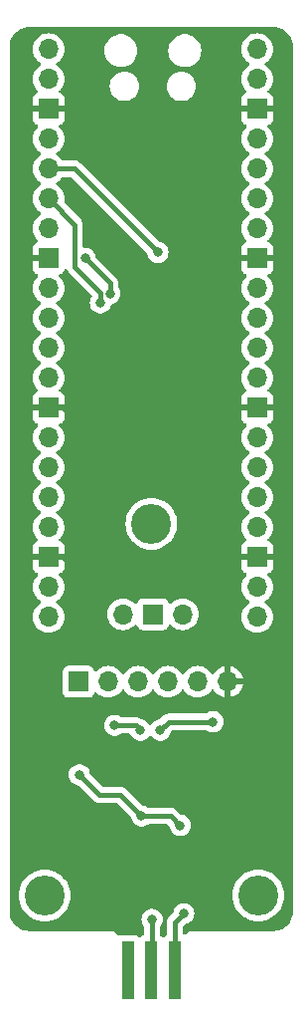
<source format=gbr>
%TF.GenerationSoftware,KiCad,Pcbnew,8.0.6-8.0.6-0~ubuntu22.04.1*%
%TF.CreationDate,2024-11-07T23:47:04-08:00*%
%TF.ProjectId,gbvideo_breakout,67627669-6465-46f5-9f62-7265616b6f75,rev?*%
%TF.SameCoordinates,Original*%
%TF.FileFunction,Copper,L2,Bot*%
%TF.FilePolarity,Positive*%
%FSLAX46Y46*%
G04 Gerber Fmt 4.6, Leading zero omitted, Abs format (unit mm)*
G04 Created by KiCad (PCBNEW 8.0.6-8.0.6-0~ubuntu22.04.1) date 2024-11-07 23:47:04*
%MOMM*%
%LPD*%
G01*
G04 APERTURE LIST*
%TA.AperFunction,ComponentPad*%
%ADD10C,3.400000*%
%TD*%
%TA.AperFunction,ComponentPad*%
%ADD11O,1.700000X1.700000*%
%TD*%
%TA.AperFunction,ComponentPad*%
%ADD12R,1.700000X1.700000*%
%TD*%
%TA.AperFunction,ConnectorPad*%
%ADD13R,1.000000X5.000000*%
%TD*%
%TA.AperFunction,ViaPad*%
%ADD14C,0.800000*%
%TD*%
%TA.AperFunction,Conductor*%
%ADD15C,0.400000*%
%TD*%
G04 APERTURE END LIST*
D10*
%TO.P,,2*%
%TO.N,N/C*%
X145344000Y-87757000D03*
%TD*%
%TO.P,,2*%
%TO.N,N/C*%
X154450000Y-119350000D03*
%TD*%
%TO.P,REF\u002A\u002A,2*%
%TO.N,N/C*%
X136250000Y-119370000D03*
%TD*%
D11*
%TO.P,U3,43,SWDIO*%
%TO.N,unconnected-(U3-SWDIO-Pad43)*%
X148005481Y-95451800D03*
D12*
%TO.P,U3,42,GND*%
%TO.N,unconnected-(U3-GND-Pad42)*%
X145465481Y-95451800D03*
D11*
%TO.P,U3,41,SWCLK*%
%TO.N,unconnected-(U3-SWCLK-Pad41)*%
X142925481Y-95451800D03*
%TO.P,U3,40,VBUS*%
%TO.N,+5V*%
X154355481Y-47421800D03*
%TO.P,U3,39,VSYS*%
%TO.N,unconnected-(U3-VSYS-Pad39)*%
X154355481Y-49961800D03*
D12*
%TO.P,U3,38,GND*%
%TO.N,GND*%
X154355481Y-52501800D03*
D11*
%TO.P,U3,37,3V3_EN*%
%TO.N,unconnected-(U3-3V3_EN-Pad37)*%
X154355481Y-55041800D03*
%TO.P,U3,36,3V3*%
%TO.N,+3.3V*%
X154355481Y-57581800D03*
%TO.P,U3,35,ADC_VREF*%
%TO.N,unconnected-(U3-ADC_VREF-Pad35)*%
X154355481Y-60121800D03*
%TO.P,U3,34,GPIO28_ADC2*%
%TO.N,unconnected-(U3-GPIO28_ADC2-Pad34)*%
X154355481Y-62661800D03*
D12*
%TO.P,U3,33,AGND*%
%TO.N,GND*%
X154355481Y-65201800D03*
D11*
%TO.P,U3,32,GPIO27_ADC1*%
%TO.N,unconnected-(U3-GPIO27_ADC1-Pad32)*%
X154355481Y-67741800D03*
%TO.P,U3,31,GPIO26_ADC0*%
%TO.N,unconnected-(U3-GPIO26_ADC0-Pad31)*%
X154355481Y-70281800D03*
%TO.P,U3,30,RUN*%
%TO.N,unconnected-(U3-RUN-Pad30)*%
X154355481Y-72821800D03*
%TO.P,U3,29,GPIO22*%
%TO.N,unconnected-(U3-GPIO22-Pad29)*%
X154355481Y-75361800D03*
D12*
%TO.P,U3,28,GND*%
%TO.N,GND*%
X154355481Y-77901800D03*
D11*
%TO.P,U3,27,GPIO21*%
%TO.N,unconnected-(U3-GPIO21-Pad27)*%
X154355481Y-80441800D03*
%TO.P,U3,26,GPIO20*%
%TO.N,unconnected-(U3-GPIO20-Pad26)*%
X154355481Y-82981800D03*
%TO.P,U3,25,GPIO19*%
%TO.N,unconnected-(U3-GPIO19-Pad25)*%
X154355481Y-85521800D03*
%TO.P,U3,24,GPIO18*%
%TO.N,unconnected-(U3-GPIO18-Pad24)*%
X154355481Y-88061800D03*
D12*
%TO.P,U3,23,GND*%
%TO.N,GND*%
X154355481Y-90601800D03*
D11*
%TO.P,U3,22,GPIO17*%
%TO.N,unconnected-(U3-GPIO17-Pad22)*%
X154355481Y-93141800D03*
%TO.P,U3,21,GPIO16*%
%TO.N,unconnected-(U3-GPIO16-Pad21)*%
X154355481Y-95681800D03*
%TO.P,U3,20,GPIO15*%
%TO.N,unconnected-(U3-GPIO15-Pad20)*%
X136575481Y-95681800D03*
%TO.P,U3,19,GPIO14*%
%TO.N,unconnected-(U3-GPIO14-Pad19)*%
X136575481Y-93141800D03*
D12*
%TO.P,U3,18,GND*%
%TO.N,GND*%
X136575481Y-90601800D03*
D11*
%TO.P,U3,17,GPIO13*%
%TO.N,unconnected-(U3-GPIO13-Pad17)*%
X136575481Y-88061800D03*
%TO.P,U3,16,GPIO12*%
%TO.N,unconnected-(U3-GPIO12-Pad16)*%
X136575481Y-85521800D03*
%TO.P,U3,15,GPIO11*%
%TO.N,unconnected-(U3-GPIO11-Pad15)*%
X136575481Y-82981800D03*
%TO.P,U3,14,GPIO10*%
%TO.N,unconnected-(U3-GPIO10-Pad14)*%
X136575481Y-80441800D03*
D12*
%TO.P,U3,13,GND*%
%TO.N,GND*%
X136575481Y-77901800D03*
D11*
%TO.P,U3,12,GPIO9*%
%TO.N,unconnected-(U3-GPIO9-Pad12)*%
X136575481Y-75361800D03*
%TO.P,U3,11,GPIO8*%
%TO.N,unconnected-(U3-GPIO8-Pad11)*%
X136575481Y-72821800D03*
%TO.P,U3,10,GPIO7*%
%TO.N,unconnected-(U3-GPIO7-Pad10)*%
X136575481Y-70281800D03*
%TO.P,U3,9,GPIO6*%
%TO.N,unconnected-(U3-GPIO6-Pad9)*%
X136575481Y-67741800D03*
D12*
%TO.P,U3,8,GND*%
%TO.N,GND*%
X136575481Y-65201800D03*
D11*
%TO.P,U3,7,GPIO5*%
%TO.N,unconnected-(U3-GPIO5-Pad7)*%
X136575481Y-62661800D03*
%TO.P,U3,6,GPIO4*%
%TO.N,TX_3V3*%
X136575481Y-60121800D03*
%TO.P,U3,5,GPIO3*%
%TO.N,CLK_3V3*%
X136575481Y-57581800D03*
%TO.P,U3,4,GPIO2*%
%TO.N,RX_3V3*%
X136575481Y-55041800D03*
D12*
%TO.P,U3,3,GND*%
%TO.N,GND*%
X136575481Y-52501800D03*
D11*
%TO.P,U3,2,GPIO1*%
%TO.N,unconnected-(U3-GPIO1-Pad2)*%
X136575481Y-49961800D03*
%TO.P,U3,1,GPIO0*%
%TO.N,unconnected-(U3-GPIO0-Pad1)*%
X136575481Y-47421800D03*
%TD*%
D12*
%TO.P,J1,1,Pin_1*%
%TO.N,+5V*%
X139121600Y-101198000D03*
D11*
%TO.P,J1,2,Pin_2*%
%TO.N,+3.3V*%
X141661600Y-101198000D03*
%TO.P,J1,3,Pin_3*%
%TO.N,TX_3V3*%
X144201600Y-101198000D03*
%TO.P,J1,4,Pin_4*%
%TO.N,RX_3V3*%
X146741600Y-101198000D03*
%TO.P,J1,5,Pin_5*%
%TO.N,CLK_3V3*%
X149281600Y-101198000D03*
%TO.P,J1,6,Pin_6*%
%TO.N,GND*%
X151821600Y-101198000D03*
%TD*%
D13*
%TO.P,GB1,5,SC*%
%TO.N,CLK_5V*%
X147344000Y-125712800D03*
%TO.P,GB1,3,SI*%
%TO.N,RX_5V*%
X145344000Y-125712800D03*
%TO.P,GB1,1,VDD35*%
%TO.N,unconnected-(GB1-VDD35-Pad1)*%
X143344000Y-125712800D03*
%TD*%
D14*
%TO.N,GND*%
X137800000Y-104300000D03*
X140200000Y-103900000D03*
X136400000Y-106100000D03*
X134700000Y-108000000D03*
X151200000Y-77800000D03*
X151700000Y-90700000D03*
X138200000Y-94500000D03*
X138100000Y-90700000D03*
X138100000Y-86600000D03*
X138100000Y-78000000D03*
X152500000Y-51300000D03*
X152500000Y-53800000D03*
X152400000Y-55800000D03*
X151200000Y-65400000D03*
X143800000Y-66600000D03*
X148900000Y-61600000D03*
X151000000Y-59200000D03*
X147500000Y-57300000D03*
X144600000Y-60300000D03*
X141700000Y-63200000D03*
X139900000Y-55300000D03*
X138500000Y-59600000D03*
X138100000Y-66900000D03*
X146200000Y-68200000D03*
X146100000Y-77600000D03*
X146100000Y-83800000D03*
X145500000Y-110100000D03*
X145000000Y-106900000D03*
X153600000Y-105000000D03*
X153400000Y-110600000D03*
X153400000Y-115700000D03*
X136400000Y-115700000D03*
X139300000Y-114000000D03*
X156300000Y-99700000D03*
X151400000Y-47300000D03*
X147000000Y-54600000D03*
X139800000Y-52700000D03*
X139800000Y-47300000D03*
X151200000Y-63500000D03*
X151200000Y-71400000D03*
X151200000Y-80400000D03*
X151400000Y-87900000D03*
X151500000Y-94500000D03*
X134100000Y-98700000D03*
X134200000Y-102700000D03*
X156300000Y-105000000D03*
X156300000Y-110700000D03*
X156400000Y-115700000D03*
X151100000Y-121100000D03*
X139900000Y-118400000D03*
X140000000Y-121100000D03*
X147900000Y-111000000D03*
X144600000Y-115700000D03*
X144600000Y-118900000D03*
X136300000Y-110900000D03*
%TO.N,+3.3V*%
X142200000Y-104900000D03*
X144400000Y-105300000D03*
X146100000Y-105300000D03*
X150600000Y-104600000D03*
%TO.N,+5V*%
X139200000Y-109100000D03*
X147800000Y-113400000D03*
X144500000Y-112600000D03*
%TO.N,CLK_5V*%
X148100000Y-120900000D03*
%TO.N,RX_5V*%
X145400000Y-121400000D03*
%TO.N,TX_3V3*%
X141000000Y-69000000D03*
%TO.N,RX_3V3*%
X139700000Y-65200000D03*
X141800000Y-68200000D03*
%TO.N,CLK_3V3*%
X145900000Y-64700000D03*
%TD*%
D15*
%TO.N,RX_3V3*%
X141800000Y-68200000D02*
X141800000Y-67300000D01*
X141800000Y-67300000D02*
X139700000Y-65200000D01*
%TO.N,TX_3V3*%
X141000000Y-69000000D02*
X141000000Y-68100000D01*
X141000000Y-68100000D02*
X138800000Y-65900000D01*
X138800000Y-65900000D02*
X138800000Y-62346319D01*
X138800000Y-62346319D02*
X136575481Y-60121800D01*
%TO.N,+3.3V*%
X142200000Y-104900000D02*
X144000000Y-104900000D01*
X144000000Y-104900000D02*
X144400000Y-105300000D01*
X150600000Y-104600000D02*
X146800000Y-104600000D01*
X146800000Y-104600000D02*
X146100000Y-105300000D01*
%TO.N,+5V*%
X139200000Y-109100000D02*
X140900000Y-110800000D01*
X140900000Y-110800000D02*
X142700000Y-110800000D01*
X142700000Y-110800000D02*
X144500000Y-112600000D01*
X147000000Y-112600000D02*
X147800000Y-113400000D01*
X144500000Y-112600000D02*
X147000000Y-112600000D01*
%TO.N,CLK_5V*%
X148100000Y-120900000D02*
X147344000Y-121656000D01*
X147344000Y-121656000D02*
X147344000Y-125712800D01*
%TO.N,RX_5V*%
X145400000Y-121400000D02*
X145400000Y-125656800D01*
X145400000Y-125656800D02*
X145344000Y-125712800D01*
%TO.N,CLK_3V3*%
X145900000Y-64700000D02*
X138781800Y-57581800D01*
X138781800Y-57581800D02*
X136575481Y-57581800D01*
%TD*%
%TA.AperFunction,Conductor*%
%TO.N,GND*%
G36*
X155738418Y-45512816D02*
G01*
X155967020Y-45529165D01*
X155984529Y-45531683D01*
X156204144Y-45579458D01*
X156221103Y-45584437D01*
X156431694Y-45662983D01*
X156447777Y-45670327D01*
X156645036Y-45778040D01*
X156659919Y-45787605D01*
X156839836Y-45922289D01*
X156853207Y-45933875D01*
X157012124Y-46092792D01*
X157023710Y-46106163D01*
X157158394Y-46286080D01*
X157167959Y-46300963D01*
X157275669Y-46498217D01*
X157283019Y-46514311D01*
X157361559Y-46724887D01*
X157366543Y-46741862D01*
X157414316Y-46961470D01*
X157416834Y-46978982D01*
X157433184Y-47207581D01*
X157433500Y-47216427D01*
X157433500Y-120677572D01*
X157433184Y-120686418D01*
X157416834Y-120915017D01*
X157414316Y-120932529D01*
X157366543Y-121152137D01*
X157361559Y-121169112D01*
X157283019Y-121379688D01*
X157275669Y-121395782D01*
X157167959Y-121593036D01*
X157158394Y-121607919D01*
X157023710Y-121787836D01*
X157012124Y-121801207D01*
X156853207Y-121960124D01*
X156839836Y-121971710D01*
X156659919Y-122106394D01*
X156645036Y-122115959D01*
X156447782Y-122223669D01*
X156431688Y-122231019D01*
X156221112Y-122309559D01*
X156204137Y-122314543D01*
X155984529Y-122362316D01*
X155967017Y-122364834D01*
X155738418Y-122381184D01*
X155729572Y-122381500D01*
X148765155Y-122381500D01*
X148610510Y-122412261D01*
X148610498Y-122412264D01*
X148464827Y-122472602D01*
X148464814Y-122472609D01*
X148333711Y-122560210D01*
X148333707Y-122560213D01*
X148256181Y-122637740D01*
X148194858Y-122671225D01*
X148125166Y-122666241D01*
X148069233Y-122624369D01*
X148044816Y-122558905D01*
X148044500Y-122550059D01*
X148044500Y-121997519D01*
X148064185Y-121930480D01*
X148080819Y-121909838D01*
X148162974Y-121827683D01*
X148224297Y-121794198D01*
X148224421Y-121794171D01*
X148379803Y-121761144D01*
X148379807Y-121761142D01*
X148379808Y-121761142D01*
X148438058Y-121735206D01*
X148552730Y-121684151D01*
X148705871Y-121572888D01*
X148832533Y-121432216D01*
X148927179Y-121268284D01*
X148985674Y-121088256D01*
X149005460Y-120900000D01*
X148985674Y-120711744D01*
X148927179Y-120531716D01*
X148832533Y-120367784D01*
X148705871Y-120227112D01*
X148705870Y-120227111D01*
X148552734Y-120115851D01*
X148552729Y-120115848D01*
X148379807Y-120038857D01*
X148379802Y-120038855D01*
X148234001Y-120007865D01*
X148194646Y-119999500D01*
X148005354Y-119999500D01*
X147972897Y-120006398D01*
X147820197Y-120038855D01*
X147820192Y-120038857D01*
X147647270Y-120115848D01*
X147647265Y-120115851D01*
X147494129Y-120227111D01*
X147367466Y-120367785D01*
X147272821Y-120531715D01*
X147272818Y-120531722D01*
X147214327Y-120711739D01*
X147214325Y-120711750D01*
X147209134Y-120761129D01*
X147182549Y-120825743D01*
X147173495Y-120835846D01*
X146799887Y-121209454D01*
X146766261Y-121259780D01*
X146728516Y-121316270D01*
X146728515Y-121316270D01*
X146723225Y-121324187D01*
X146670420Y-121451671D01*
X146670418Y-121451677D01*
X146643500Y-121587004D01*
X146643500Y-122675619D01*
X146623815Y-122742658D01*
X146593812Y-122774885D01*
X146486454Y-122855254D01*
X146443266Y-122912945D01*
X146387332Y-122954815D01*
X146317640Y-122959799D01*
X146256317Y-122926313D01*
X146244734Y-122912945D01*
X146201546Y-122855254D01*
X146201542Y-122855250D01*
X146150188Y-122816806D01*
X146108317Y-122760871D01*
X146100500Y-122717540D01*
X146100500Y-122015391D01*
X146120185Y-121948352D01*
X146132352Y-121932417D01*
X146132533Y-121932216D01*
X146227179Y-121768284D01*
X146285674Y-121588256D01*
X146305460Y-121400000D01*
X146285674Y-121211744D01*
X146227179Y-121031716D01*
X146132533Y-120867784D01*
X146005871Y-120727112D01*
X145985696Y-120712454D01*
X145852734Y-120615851D01*
X145852729Y-120615848D01*
X145679807Y-120538857D01*
X145679802Y-120538855D01*
X145534001Y-120507865D01*
X145494646Y-120499500D01*
X145305354Y-120499500D01*
X145272897Y-120506398D01*
X145120197Y-120538855D01*
X145120192Y-120538857D01*
X144947270Y-120615848D01*
X144947265Y-120615851D01*
X144794129Y-120727111D01*
X144667466Y-120867785D01*
X144572821Y-121031715D01*
X144572818Y-121031722D01*
X144528178Y-121169112D01*
X144514326Y-121211744D01*
X144494540Y-121400000D01*
X144514326Y-121588256D01*
X144514327Y-121588259D01*
X144572818Y-121768277D01*
X144572821Y-121768284D01*
X144667466Y-121932215D01*
X144667648Y-121932417D01*
X144667716Y-121932559D01*
X144671285Y-121937471D01*
X144670386Y-121938123D01*
X144697879Y-121995408D01*
X144699500Y-122015391D01*
X144699500Y-122646420D01*
X144679815Y-122713459D01*
X144627011Y-122759214D01*
X144618836Y-122762601D01*
X144601665Y-122769005D01*
X144486455Y-122855252D01*
X144443266Y-122912945D01*
X144387332Y-122954815D01*
X144317640Y-122959799D01*
X144256317Y-122926313D01*
X144244734Y-122912945D01*
X144221830Y-122882350D01*
X144201546Y-122855254D01*
X144201544Y-122855253D01*
X144201544Y-122855252D01*
X144086335Y-122769006D01*
X144086328Y-122769002D01*
X143951482Y-122718708D01*
X143951483Y-122718708D01*
X143891883Y-122712301D01*
X143891881Y-122712300D01*
X143891873Y-122712300D01*
X143891864Y-122712300D01*
X142796129Y-122712300D01*
X142796123Y-122712301D01*
X142736516Y-122718708D01*
X142636863Y-122755877D01*
X142567171Y-122760861D01*
X142505848Y-122727376D01*
X142490427Y-122708585D01*
X142465787Y-122671708D01*
X142354292Y-122560213D01*
X142354288Y-122560210D01*
X142223185Y-122472609D01*
X142223172Y-122472602D01*
X142077501Y-122412264D01*
X142077489Y-122412261D01*
X141922845Y-122381500D01*
X141922842Y-122381500D01*
X141883562Y-122381500D01*
X134958428Y-122381500D01*
X134949582Y-122381184D01*
X134720982Y-122364834D01*
X134703470Y-122362316D01*
X134483862Y-122314543D01*
X134466887Y-122309559D01*
X134256311Y-122231019D01*
X134240217Y-122223669D01*
X134042963Y-122115959D01*
X134028080Y-122106394D01*
X133848163Y-121971710D01*
X133834792Y-121960124D01*
X133675875Y-121801207D01*
X133664289Y-121787836D01*
X133529605Y-121607919D01*
X133520040Y-121593036D01*
X133500011Y-121556356D01*
X133412327Y-121395777D01*
X133404983Y-121379694D01*
X133326437Y-121169103D01*
X133321458Y-121152144D01*
X133273683Y-120932529D01*
X133271165Y-120915017D01*
X133254816Y-120686418D01*
X133254500Y-120677572D01*
X133254500Y-119370000D01*
X134044778Y-119370000D01*
X134063644Y-119657837D01*
X134063646Y-119657849D01*
X134119917Y-119940745D01*
X134119921Y-119940760D01*
X134212642Y-120213905D01*
X134340219Y-120472606D01*
X134340223Y-120472613D01*
X134500478Y-120712452D01*
X134690672Y-120929327D01*
X134907547Y-121119521D01*
X135130187Y-121268284D01*
X135147389Y-121279778D01*
X135406098Y-121407359D01*
X135679247Y-121500081D01*
X135962161Y-121556356D01*
X136250000Y-121575222D01*
X136537839Y-121556356D01*
X136820753Y-121500081D01*
X137093902Y-121407359D01*
X137352611Y-121279778D01*
X137592454Y-121119520D01*
X137809327Y-120929327D01*
X137999520Y-120712454D01*
X138159778Y-120472611D01*
X138287359Y-120213902D01*
X138380081Y-119940753D01*
X138436356Y-119657839D01*
X138455222Y-119370000D01*
X138453911Y-119350000D01*
X152244778Y-119350000D01*
X152263644Y-119637837D01*
X152263646Y-119637849D01*
X152319917Y-119920745D01*
X152319921Y-119920760D01*
X152412642Y-120193905D01*
X152540219Y-120452606D01*
X152540223Y-120452613D01*
X152700478Y-120692452D01*
X152890672Y-120909327D01*
X153107547Y-121099521D01*
X153272074Y-121209454D01*
X153347389Y-121259778D01*
X153606098Y-121387359D01*
X153879247Y-121480081D01*
X154162161Y-121536356D01*
X154450000Y-121555222D01*
X154737839Y-121536356D01*
X155020753Y-121480081D01*
X155293902Y-121387359D01*
X155552611Y-121259778D01*
X155792454Y-121099520D01*
X156009327Y-120909327D01*
X156199520Y-120692454D01*
X156359778Y-120452611D01*
X156487359Y-120193902D01*
X156580081Y-119920753D01*
X156636356Y-119637839D01*
X156655222Y-119350000D01*
X156636356Y-119062161D01*
X156580081Y-118779247D01*
X156487359Y-118506098D01*
X156359778Y-118247389D01*
X156359776Y-118247386D01*
X156199521Y-118007547D01*
X156009327Y-117790672D01*
X155792452Y-117600478D01*
X155552613Y-117440223D01*
X155552606Y-117440219D01*
X155293905Y-117312642D01*
X155020760Y-117219921D01*
X155020754Y-117219919D01*
X155020753Y-117219919D01*
X155020751Y-117219918D01*
X155020745Y-117219917D01*
X154737849Y-117163646D01*
X154737839Y-117163644D01*
X154450000Y-117144778D01*
X154162161Y-117163644D01*
X154162155Y-117163645D01*
X154162150Y-117163646D01*
X153879254Y-117219917D01*
X153879239Y-117219921D01*
X153606094Y-117312642D01*
X153347393Y-117440219D01*
X153347386Y-117440223D01*
X153107547Y-117600478D01*
X152890672Y-117790672D01*
X152700478Y-118007547D01*
X152540223Y-118247386D01*
X152540219Y-118247393D01*
X152412642Y-118506094D01*
X152319921Y-118779239D01*
X152319917Y-118779254D01*
X152263646Y-119062150D01*
X152263644Y-119062162D01*
X152244778Y-119350000D01*
X138453911Y-119350000D01*
X138436356Y-119082161D01*
X138380081Y-118799247D01*
X138287359Y-118526098D01*
X138159778Y-118267389D01*
X137999520Y-118027546D01*
X137981981Y-118007547D01*
X137809327Y-117810672D01*
X137592452Y-117620478D01*
X137352613Y-117460223D01*
X137352606Y-117460219D01*
X137093905Y-117332642D01*
X136820760Y-117239921D01*
X136820754Y-117239919D01*
X136820753Y-117239919D01*
X136820751Y-117239918D01*
X136820745Y-117239917D01*
X136537849Y-117183646D01*
X136537839Y-117183644D01*
X136250000Y-117164778D01*
X135962161Y-117183644D01*
X135962155Y-117183645D01*
X135962150Y-117183646D01*
X135679254Y-117239917D01*
X135679239Y-117239921D01*
X135406094Y-117332642D01*
X135147393Y-117460219D01*
X135147386Y-117460223D01*
X134907547Y-117620478D01*
X134690672Y-117810672D01*
X134500478Y-118027547D01*
X134340223Y-118267386D01*
X134340219Y-118267393D01*
X134212642Y-118526094D01*
X134119921Y-118799239D01*
X134119917Y-118799254D01*
X134063646Y-119082150D01*
X134063644Y-119082162D01*
X134044778Y-119370000D01*
X133254500Y-119370000D01*
X133254500Y-109100000D01*
X138294540Y-109100000D01*
X138314326Y-109288256D01*
X138314327Y-109288259D01*
X138372818Y-109468277D01*
X138372821Y-109468284D01*
X138467467Y-109632216D01*
X138594129Y-109772888D01*
X138747265Y-109884148D01*
X138747270Y-109884151D01*
X138920191Y-109961142D01*
X138920193Y-109961142D01*
X138920197Y-109961144D01*
X139075130Y-109994075D01*
X139136607Y-110027266D01*
X139137026Y-110027683D01*
X140453453Y-111344111D01*
X140453454Y-111344112D01*
X140568192Y-111420777D01*
X140695667Y-111473578D01*
X140695672Y-111473580D01*
X140695676Y-111473580D01*
X140695677Y-111473581D01*
X140831003Y-111500500D01*
X140831006Y-111500500D01*
X140831007Y-111500500D01*
X142358481Y-111500500D01*
X142425520Y-111520185D01*
X142446162Y-111536819D01*
X143573495Y-112664152D01*
X143606980Y-112725475D01*
X143609134Y-112738869D01*
X143614325Y-112788249D01*
X143614327Y-112788260D01*
X143672818Y-112968277D01*
X143672821Y-112968284D01*
X143767467Y-113132216D01*
X143839071Y-113211740D01*
X143894129Y-113272888D01*
X144047265Y-113384148D01*
X144047270Y-113384151D01*
X144220192Y-113461142D01*
X144220197Y-113461144D01*
X144405354Y-113500500D01*
X144405355Y-113500500D01*
X144594644Y-113500500D01*
X144594646Y-113500500D01*
X144779803Y-113461144D01*
X144952730Y-113384151D01*
X145017877Y-113336819D01*
X145035271Y-113324182D01*
X145101077Y-113300702D01*
X145108156Y-113300500D01*
X146658481Y-113300500D01*
X146725520Y-113320185D01*
X146746162Y-113336819D01*
X146873495Y-113464152D01*
X146906980Y-113525475D01*
X146909134Y-113538869D01*
X146914325Y-113588249D01*
X146914327Y-113588260D01*
X146972818Y-113768277D01*
X146972821Y-113768284D01*
X147067467Y-113932216D01*
X147194129Y-114072888D01*
X147347265Y-114184148D01*
X147347270Y-114184151D01*
X147520192Y-114261142D01*
X147520197Y-114261144D01*
X147705354Y-114300500D01*
X147705355Y-114300500D01*
X147894644Y-114300500D01*
X147894646Y-114300500D01*
X148079803Y-114261144D01*
X148252730Y-114184151D01*
X148405871Y-114072888D01*
X148532533Y-113932216D01*
X148627179Y-113768284D01*
X148685674Y-113588256D01*
X148705460Y-113400000D01*
X148685674Y-113211744D01*
X148627179Y-113031716D01*
X148532533Y-112867784D01*
X148405871Y-112727112D01*
X148403618Y-112725475D01*
X148252734Y-112615851D01*
X148252729Y-112615848D01*
X148079807Y-112538857D01*
X148079802Y-112538855D01*
X147943490Y-112509882D01*
X147924872Y-112505924D01*
X147863391Y-112472733D01*
X147862973Y-112472316D01*
X147446546Y-112055888D01*
X147446545Y-112055887D01*
X147331807Y-111979222D01*
X147204332Y-111926421D01*
X147204322Y-111926418D01*
X147068996Y-111899500D01*
X147068994Y-111899500D01*
X147068993Y-111899500D01*
X145108156Y-111899500D01*
X145041117Y-111879815D01*
X145035271Y-111875818D01*
X144952734Y-111815851D01*
X144952729Y-111815848D01*
X144779807Y-111738857D01*
X144779802Y-111738855D01*
X144624871Y-111705924D01*
X144563389Y-111672732D01*
X144562971Y-111672315D01*
X143146546Y-110255888D01*
X143146545Y-110255887D01*
X143031807Y-110179222D01*
X142904332Y-110126421D01*
X142904322Y-110126418D01*
X142768996Y-110099500D01*
X142768994Y-110099500D01*
X142768993Y-110099500D01*
X141241519Y-110099500D01*
X141174480Y-110079815D01*
X141153838Y-110063181D01*
X140126503Y-109035846D01*
X140093018Y-108974523D01*
X140090865Y-108961143D01*
X140085674Y-108911744D01*
X140027179Y-108731716D01*
X139932533Y-108567784D01*
X139805871Y-108427112D01*
X139805870Y-108427111D01*
X139652734Y-108315851D01*
X139652729Y-108315848D01*
X139479807Y-108238857D01*
X139479802Y-108238855D01*
X139334001Y-108207865D01*
X139294646Y-108199500D01*
X139105354Y-108199500D01*
X139072897Y-108206398D01*
X138920197Y-108238855D01*
X138920192Y-108238857D01*
X138747270Y-108315848D01*
X138747265Y-108315851D01*
X138594129Y-108427111D01*
X138467466Y-108567785D01*
X138372821Y-108731715D01*
X138372818Y-108731722D01*
X138314327Y-108911740D01*
X138314326Y-108911744D01*
X138294540Y-109100000D01*
X133254500Y-109100000D01*
X133254500Y-104900000D01*
X141294540Y-104900000D01*
X141314326Y-105088256D01*
X141314327Y-105088259D01*
X141372818Y-105268277D01*
X141372821Y-105268284D01*
X141467467Y-105432216D01*
X141594129Y-105572888D01*
X141747265Y-105684148D01*
X141747270Y-105684151D01*
X141920192Y-105761142D01*
X141920197Y-105761144D01*
X142105354Y-105800500D01*
X142105355Y-105800500D01*
X142294644Y-105800500D01*
X142294646Y-105800500D01*
X142479803Y-105761144D01*
X142652730Y-105684151D01*
X142680401Y-105664047D01*
X142735271Y-105624182D01*
X142801077Y-105600702D01*
X142808156Y-105600500D01*
X143462115Y-105600500D01*
X143529154Y-105620185D01*
X143567161Y-105664047D01*
X143569571Y-105662656D01*
X143667465Y-105832214D01*
X143794129Y-105972888D01*
X143947265Y-106084148D01*
X143947270Y-106084151D01*
X144120192Y-106161142D01*
X144120197Y-106161144D01*
X144305354Y-106200500D01*
X144305355Y-106200500D01*
X144494644Y-106200500D01*
X144494646Y-106200500D01*
X144679803Y-106161144D01*
X144852730Y-106084151D01*
X145005871Y-105972888D01*
X145132533Y-105832216D01*
X145142612Y-105814757D01*
X145193179Y-105766542D01*
X145261786Y-105753318D01*
X145326651Y-105779286D01*
X145357388Y-105814758D01*
X145367467Y-105832216D01*
X145494129Y-105972888D01*
X145647265Y-106084148D01*
X145647270Y-106084151D01*
X145820192Y-106161142D01*
X145820197Y-106161144D01*
X146005354Y-106200500D01*
X146005355Y-106200500D01*
X146194644Y-106200500D01*
X146194646Y-106200500D01*
X146379803Y-106161144D01*
X146552730Y-106084151D01*
X146705871Y-105972888D01*
X146832533Y-105832216D01*
X146927179Y-105668284D01*
X146985674Y-105488256D01*
X146990864Y-105438869D01*
X147017447Y-105374258D01*
X147026486Y-105364169D01*
X147053840Y-105336815D01*
X147115162Y-105303333D01*
X147141518Y-105300500D01*
X149991844Y-105300500D01*
X150058883Y-105320185D01*
X150064729Y-105324182D01*
X150147265Y-105384148D01*
X150147270Y-105384151D01*
X150320192Y-105461142D01*
X150320197Y-105461144D01*
X150505354Y-105500500D01*
X150505355Y-105500500D01*
X150694644Y-105500500D01*
X150694646Y-105500500D01*
X150879803Y-105461144D01*
X151052730Y-105384151D01*
X151205871Y-105272888D01*
X151332533Y-105132216D01*
X151427179Y-104968284D01*
X151485674Y-104788256D01*
X151505460Y-104600000D01*
X151485674Y-104411744D01*
X151427179Y-104231716D01*
X151332533Y-104067784D01*
X151205871Y-103927112D01*
X151204919Y-103926420D01*
X151052734Y-103815851D01*
X151052729Y-103815848D01*
X150879807Y-103738857D01*
X150879802Y-103738855D01*
X150734001Y-103707865D01*
X150694646Y-103699500D01*
X150505354Y-103699500D01*
X150472897Y-103706398D01*
X150320197Y-103738855D01*
X150320192Y-103738857D01*
X150147270Y-103815848D01*
X150147265Y-103815851D01*
X150064729Y-103875818D01*
X149998923Y-103899298D01*
X149991844Y-103899500D01*
X146731003Y-103899500D01*
X146622590Y-103921065D01*
X146622589Y-103921065D01*
X146606379Y-103924289D01*
X146595669Y-103926420D01*
X146562379Y-103940210D01*
X146468191Y-103979223D01*
X146378947Y-104038855D01*
X146353457Y-104055886D01*
X146353451Y-104055891D01*
X146037028Y-104372315D01*
X145975705Y-104405800D01*
X145975128Y-104405924D01*
X145820197Y-104438855D01*
X145820192Y-104438857D01*
X145647270Y-104515848D01*
X145647265Y-104515851D01*
X145494129Y-104627111D01*
X145367467Y-104767783D01*
X145357387Y-104785243D01*
X145306819Y-104833458D01*
X145238212Y-104846680D01*
X145173347Y-104820712D01*
X145142613Y-104785243D01*
X145132532Y-104767783D01*
X145005870Y-104627111D01*
X144852734Y-104515851D01*
X144852729Y-104515848D01*
X144679807Y-104438857D01*
X144679802Y-104438855D01*
X144543490Y-104409882D01*
X144524872Y-104405924D01*
X144463391Y-104372733D01*
X144462971Y-104372314D01*
X144446545Y-104355887D01*
X144331807Y-104279222D01*
X144204332Y-104226421D01*
X144204322Y-104226418D01*
X144068996Y-104199500D01*
X144068994Y-104199500D01*
X144068993Y-104199500D01*
X142808156Y-104199500D01*
X142741117Y-104179815D01*
X142735271Y-104175818D01*
X142652734Y-104115851D01*
X142652729Y-104115848D01*
X142479807Y-104038857D01*
X142479802Y-104038855D01*
X142334001Y-104007865D01*
X142294646Y-103999500D01*
X142105354Y-103999500D01*
X142072897Y-104006398D01*
X141920197Y-104038855D01*
X141920192Y-104038857D01*
X141747270Y-104115848D01*
X141747265Y-104115851D01*
X141594129Y-104227111D01*
X141467466Y-104367785D01*
X141372821Y-104531715D01*
X141372818Y-104531722D01*
X141314327Y-104711740D01*
X141314326Y-104711744D01*
X141294540Y-104900000D01*
X133254500Y-104900000D01*
X133254500Y-100300135D01*
X137771100Y-100300135D01*
X137771100Y-102095870D01*
X137771101Y-102095876D01*
X137777508Y-102155483D01*
X137827802Y-102290328D01*
X137827806Y-102290335D01*
X137914052Y-102405544D01*
X137914055Y-102405547D01*
X138029264Y-102491793D01*
X138029271Y-102491797D01*
X138164117Y-102542091D01*
X138164116Y-102542091D01*
X138171044Y-102542835D01*
X138223727Y-102548500D01*
X140019472Y-102548499D01*
X140079083Y-102542091D01*
X140213931Y-102491796D01*
X140329146Y-102405546D01*
X140415396Y-102290331D01*
X140464410Y-102158916D01*
X140506281Y-102102984D01*
X140571745Y-102078566D01*
X140640018Y-102093417D01*
X140668273Y-102114569D01*
X140790199Y-102236495D01*
X140886984Y-102304265D01*
X140983765Y-102372032D01*
X140983767Y-102372033D01*
X140983770Y-102372035D01*
X141197937Y-102471903D01*
X141426192Y-102533063D01*
X141602634Y-102548500D01*
X141661599Y-102553659D01*
X141661600Y-102553659D01*
X141661601Y-102553659D01*
X141720566Y-102548500D01*
X141897008Y-102533063D01*
X142125263Y-102471903D01*
X142339430Y-102372035D01*
X142533001Y-102236495D01*
X142700095Y-102069401D01*
X142830025Y-101883842D01*
X142884602Y-101840217D01*
X142954100Y-101833023D01*
X143016455Y-101864546D01*
X143033175Y-101883842D01*
X143162881Y-102069082D01*
X143163105Y-102069401D01*
X143330199Y-102236495D01*
X143426984Y-102304265D01*
X143523765Y-102372032D01*
X143523767Y-102372033D01*
X143523770Y-102372035D01*
X143737937Y-102471903D01*
X143966192Y-102533063D01*
X144142634Y-102548500D01*
X144201599Y-102553659D01*
X144201600Y-102553659D01*
X144201601Y-102553659D01*
X144260566Y-102548500D01*
X144437008Y-102533063D01*
X144665263Y-102471903D01*
X144879430Y-102372035D01*
X145073001Y-102236495D01*
X145240095Y-102069401D01*
X145370025Y-101883842D01*
X145424602Y-101840217D01*
X145494100Y-101833023D01*
X145556455Y-101864546D01*
X145573175Y-101883842D01*
X145702881Y-102069082D01*
X145703105Y-102069401D01*
X145870199Y-102236495D01*
X145966984Y-102304265D01*
X146063765Y-102372032D01*
X146063767Y-102372033D01*
X146063770Y-102372035D01*
X146277937Y-102471903D01*
X146506192Y-102533063D01*
X146682634Y-102548500D01*
X146741599Y-102553659D01*
X146741600Y-102553659D01*
X146741601Y-102553659D01*
X146800566Y-102548500D01*
X146977008Y-102533063D01*
X147205263Y-102471903D01*
X147419430Y-102372035D01*
X147613001Y-102236495D01*
X147780095Y-102069401D01*
X147910025Y-101883842D01*
X147964602Y-101840217D01*
X148034100Y-101833023D01*
X148096455Y-101864546D01*
X148113175Y-101883842D01*
X148242881Y-102069082D01*
X148243105Y-102069401D01*
X148410199Y-102236495D01*
X148506984Y-102304265D01*
X148603765Y-102372032D01*
X148603767Y-102372033D01*
X148603770Y-102372035D01*
X148817937Y-102471903D01*
X149046192Y-102533063D01*
X149222634Y-102548500D01*
X149281599Y-102553659D01*
X149281600Y-102553659D01*
X149281601Y-102553659D01*
X149340566Y-102548500D01*
X149517008Y-102533063D01*
X149745263Y-102471903D01*
X149959430Y-102372035D01*
X150153001Y-102236495D01*
X150320095Y-102069401D01*
X150450330Y-101883405D01*
X150504907Y-101839781D01*
X150574405Y-101832587D01*
X150636760Y-101864110D01*
X150653479Y-101883405D01*
X150783490Y-102069078D01*
X150950517Y-102236105D01*
X151144021Y-102371600D01*
X151358107Y-102471429D01*
X151358116Y-102471433D01*
X151571600Y-102528634D01*
X151571600Y-101631012D01*
X151628607Y-101663925D01*
X151755774Y-101698000D01*
X151887426Y-101698000D01*
X152014593Y-101663925D01*
X152071600Y-101631012D01*
X152071600Y-102528633D01*
X152285083Y-102471433D01*
X152285092Y-102471429D01*
X152499178Y-102371600D01*
X152692682Y-102236105D01*
X152859705Y-102069082D01*
X152995200Y-101875578D01*
X153095029Y-101661492D01*
X153095032Y-101661486D01*
X153152236Y-101448000D01*
X152254612Y-101448000D01*
X152287525Y-101390993D01*
X152321600Y-101263826D01*
X152321600Y-101132174D01*
X152287525Y-101005007D01*
X152254612Y-100948000D01*
X153152236Y-100948000D01*
X153152235Y-100947999D01*
X153095032Y-100734513D01*
X153095029Y-100734507D01*
X152995200Y-100520422D01*
X152995199Y-100520420D01*
X152859713Y-100326926D01*
X152859708Y-100326920D01*
X152692682Y-100159894D01*
X152499178Y-100024399D01*
X152285092Y-99924570D01*
X152285086Y-99924567D01*
X152071600Y-99867364D01*
X152071600Y-100764988D01*
X152014593Y-100732075D01*
X151887426Y-100698000D01*
X151755774Y-100698000D01*
X151628607Y-100732075D01*
X151571600Y-100764988D01*
X151571600Y-99867364D01*
X151571599Y-99867364D01*
X151358113Y-99924567D01*
X151358107Y-99924570D01*
X151144022Y-100024399D01*
X151144020Y-100024400D01*
X150950526Y-100159886D01*
X150950520Y-100159891D01*
X150783491Y-100326920D01*
X150783490Y-100326922D01*
X150653480Y-100512595D01*
X150598903Y-100556219D01*
X150529404Y-100563412D01*
X150467050Y-100531890D01*
X150450330Y-100512594D01*
X150320094Y-100326597D01*
X150153002Y-100159506D01*
X150152995Y-100159501D01*
X149959434Y-100023967D01*
X149959430Y-100023965D01*
X149959428Y-100023964D01*
X149745263Y-99924097D01*
X149745259Y-99924096D01*
X149745255Y-99924094D01*
X149517013Y-99862938D01*
X149517003Y-99862936D01*
X149281601Y-99842341D01*
X149281599Y-99842341D01*
X149046196Y-99862936D01*
X149046186Y-99862938D01*
X148817944Y-99924094D01*
X148817935Y-99924098D01*
X148603771Y-100023964D01*
X148603769Y-100023965D01*
X148410197Y-100159505D01*
X148243105Y-100326597D01*
X148113175Y-100512158D01*
X148058598Y-100555783D01*
X147989100Y-100562977D01*
X147926745Y-100531454D01*
X147910025Y-100512158D01*
X147780094Y-100326597D01*
X147613002Y-100159506D01*
X147612995Y-100159501D01*
X147419434Y-100023967D01*
X147419430Y-100023965D01*
X147419428Y-100023964D01*
X147205263Y-99924097D01*
X147205259Y-99924096D01*
X147205255Y-99924094D01*
X146977013Y-99862938D01*
X146977003Y-99862936D01*
X146741601Y-99842341D01*
X146741599Y-99842341D01*
X146506196Y-99862936D01*
X146506186Y-99862938D01*
X146277944Y-99924094D01*
X146277935Y-99924098D01*
X146063771Y-100023964D01*
X146063769Y-100023965D01*
X145870197Y-100159505D01*
X145703105Y-100326597D01*
X145573175Y-100512158D01*
X145518598Y-100555783D01*
X145449100Y-100562977D01*
X145386745Y-100531454D01*
X145370025Y-100512158D01*
X145240094Y-100326597D01*
X145073002Y-100159506D01*
X145072995Y-100159501D01*
X144879434Y-100023967D01*
X144879430Y-100023965D01*
X144879428Y-100023964D01*
X144665263Y-99924097D01*
X144665259Y-99924096D01*
X144665255Y-99924094D01*
X144437013Y-99862938D01*
X144437003Y-99862936D01*
X144201601Y-99842341D01*
X144201599Y-99842341D01*
X143966196Y-99862936D01*
X143966186Y-99862938D01*
X143737944Y-99924094D01*
X143737935Y-99924098D01*
X143523771Y-100023964D01*
X143523769Y-100023965D01*
X143330197Y-100159505D01*
X143163105Y-100326597D01*
X143033175Y-100512158D01*
X142978598Y-100555783D01*
X142909100Y-100562977D01*
X142846745Y-100531454D01*
X142830025Y-100512158D01*
X142700094Y-100326597D01*
X142533002Y-100159506D01*
X142532995Y-100159501D01*
X142339434Y-100023967D01*
X142339430Y-100023965D01*
X142339428Y-100023964D01*
X142125263Y-99924097D01*
X142125259Y-99924096D01*
X142125255Y-99924094D01*
X141897013Y-99862938D01*
X141897003Y-99862936D01*
X141661601Y-99842341D01*
X141661599Y-99842341D01*
X141426196Y-99862936D01*
X141426186Y-99862938D01*
X141197944Y-99924094D01*
X141197935Y-99924098D01*
X140983771Y-100023964D01*
X140983769Y-100023965D01*
X140790200Y-100159503D01*
X140668273Y-100281430D01*
X140606950Y-100314914D01*
X140537258Y-100309930D01*
X140481325Y-100268058D01*
X140464410Y-100237081D01*
X140415397Y-100105671D01*
X140415393Y-100105664D01*
X140329147Y-99990455D01*
X140329144Y-99990452D01*
X140213935Y-99904206D01*
X140213928Y-99904202D01*
X140079082Y-99853908D01*
X140079083Y-99853908D01*
X140019483Y-99847501D01*
X140019481Y-99847500D01*
X140019473Y-99847500D01*
X140019464Y-99847500D01*
X138223729Y-99847500D01*
X138223723Y-99847501D01*
X138164116Y-99853908D01*
X138029271Y-99904202D01*
X138029264Y-99904206D01*
X137914055Y-99990452D01*
X137914052Y-99990455D01*
X137827806Y-100105664D01*
X137827802Y-100105671D01*
X137777508Y-100240517D01*
X137771101Y-100300116D01*
X137771100Y-100300135D01*
X133254500Y-100300135D01*
X133254500Y-47421799D01*
X135219822Y-47421799D01*
X135219822Y-47421800D01*
X135240417Y-47657203D01*
X135240419Y-47657213D01*
X135301575Y-47885455D01*
X135301577Y-47885459D01*
X135301578Y-47885463D01*
X135358765Y-48008100D01*
X135401446Y-48099630D01*
X135401448Y-48099634D01*
X135536982Y-48293195D01*
X135536987Y-48293202D01*
X135704078Y-48460293D01*
X135704084Y-48460298D01*
X135889639Y-48590225D01*
X135933264Y-48644802D01*
X135940458Y-48714300D01*
X135908935Y-48776655D01*
X135889639Y-48793375D01*
X135704078Y-48923305D01*
X135536986Y-49090397D01*
X135401446Y-49283969D01*
X135401445Y-49283971D01*
X135301579Y-49498135D01*
X135301575Y-49498144D01*
X135240419Y-49726386D01*
X135240417Y-49726396D01*
X135219822Y-49961799D01*
X135219822Y-49961800D01*
X135240417Y-50197203D01*
X135240419Y-50197213D01*
X135301575Y-50425455D01*
X135301577Y-50425459D01*
X135301578Y-50425463D01*
X135374478Y-50581797D01*
X135401446Y-50639630D01*
X135401448Y-50639634D01*
X135509762Y-50794321D01*
X135536982Y-50833196D01*
X135536987Y-50833202D01*
X135659299Y-50955514D01*
X135692784Y-51016837D01*
X135687800Y-51086529D01*
X135645928Y-51142462D01*
X135614952Y-51159377D01*
X135483393Y-51208446D01*
X135483387Y-51208449D01*
X135368293Y-51294609D01*
X135368290Y-51294612D01*
X135282130Y-51409706D01*
X135282126Y-51409713D01*
X135231884Y-51544420D01*
X135231882Y-51544427D01*
X135225481Y-51603955D01*
X135225481Y-52251800D01*
X136130921Y-52251800D01*
X136100236Y-52304947D01*
X136065481Y-52434657D01*
X136065481Y-52568943D01*
X136100236Y-52698653D01*
X136130921Y-52751800D01*
X135225481Y-52751800D01*
X135225481Y-53399644D01*
X135231882Y-53459172D01*
X135231884Y-53459179D01*
X135282126Y-53593886D01*
X135282130Y-53593893D01*
X135368290Y-53708987D01*
X135368293Y-53708990D01*
X135483387Y-53795150D01*
X135483394Y-53795154D01*
X135614951Y-53844221D01*
X135670884Y-53886092D01*
X135695302Y-53951556D01*
X135680451Y-54019829D01*
X135659300Y-54048084D01*
X135536984Y-54170400D01*
X135401446Y-54363969D01*
X135401445Y-54363971D01*
X135301579Y-54578135D01*
X135301575Y-54578144D01*
X135240419Y-54806386D01*
X135240417Y-54806396D01*
X135219822Y-55041799D01*
X135219822Y-55041800D01*
X135240417Y-55277203D01*
X135240419Y-55277213D01*
X135301575Y-55505455D01*
X135301577Y-55505459D01*
X135301578Y-55505463D01*
X135401446Y-55719630D01*
X135401448Y-55719634D01*
X135536982Y-55913195D01*
X135536987Y-55913202D01*
X135704078Y-56080293D01*
X135704084Y-56080298D01*
X135889639Y-56210225D01*
X135933264Y-56264802D01*
X135940458Y-56334300D01*
X135908935Y-56396655D01*
X135889639Y-56413375D01*
X135704078Y-56543305D01*
X135536986Y-56710397D01*
X135401446Y-56903969D01*
X135401445Y-56903971D01*
X135301579Y-57118135D01*
X135301575Y-57118144D01*
X135240419Y-57346386D01*
X135240417Y-57346396D01*
X135219822Y-57581799D01*
X135219822Y-57581800D01*
X135240417Y-57817203D01*
X135240419Y-57817213D01*
X135301575Y-58045455D01*
X135301577Y-58045459D01*
X135301578Y-58045463D01*
X135401446Y-58259630D01*
X135401448Y-58259634D01*
X135536982Y-58453195D01*
X135536987Y-58453202D01*
X135704078Y-58620293D01*
X135704084Y-58620298D01*
X135889639Y-58750225D01*
X135933264Y-58804802D01*
X135940458Y-58874300D01*
X135908935Y-58936655D01*
X135889639Y-58953375D01*
X135704078Y-59083305D01*
X135536986Y-59250397D01*
X135401446Y-59443969D01*
X135401445Y-59443971D01*
X135301579Y-59658135D01*
X135301575Y-59658144D01*
X135240419Y-59886386D01*
X135240417Y-59886396D01*
X135219822Y-60121799D01*
X135219822Y-60121800D01*
X135240417Y-60357203D01*
X135240419Y-60357213D01*
X135301575Y-60585455D01*
X135301577Y-60585459D01*
X135301578Y-60585463D01*
X135401446Y-60799630D01*
X135401448Y-60799634D01*
X135536982Y-60993195D01*
X135536987Y-60993202D01*
X135704078Y-61160293D01*
X135704084Y-61160298D01*
X135889639Y-61290225D01*
X135933264Y-61344802D01*
X135940458Y-61414300D01*
X135908935Y-61476655D01*
X135889639Y-61493375D01*
X135704078Y-61623305D01*
X135536986Y-61790397D01*
X135401446Y-61983969D01*
X135401445Y-61983971D01*
X135301579Y-62198135D01*
X135301575Y-62198144D01*
X135240419Y-62426386D01*
X135240417Y-62426396D01*
X135219822Y-62661799D01*
X135219822Y-62661800D01*
X135240417Y-62897203D01*
X135240419Y-62897213D01*
X135301575Y-63125455D01*
X135301577Y-63125459D01*
X135301578Y-63125463D01*
X135401446Y-63339630D01*
X135401448Y-63339634D01*
X135509762Y-63494321D01*
X135536982Y-63533196D01*
X135536987Y-63533202D01*
X135659299Y-63655514D01*
X135692784Y-63716837D01*
X135687800Y-63786529D01*
X135645928Y-63842462D01*
X135614952Y-63859377D01*
X135483393Y-63908446D01*
X135483387Y-63908449D01*
X135368293Y-63994609D01*
X135368290Y-63994612D01*
X135282130Y-64109706D01*
X135282126Y-64109713D01*
X135231884Y-64244420D01*
X135231882Y-64244427D01*
X135225481Y-64303955D01*
X135225481Y-64951800D01*
X136130921Y-64951800D01*
X136100236Y-65004947D01*
X136065481Y-65134657D01*
X136065481Y-65268943D01*
X136100236Y-65398653D01*
X136130921Y-65451800D01*
X135225481Y-65451800D01*
X135225481Y-66099644D01*
X135231882Y-66159172D01*
X135231884Y-66159179D01*
X135282126Y-66293886D01*
X135282130Y-66293893D01*
X135368290Y-66408987D01*
X135368293Y-66408990D01*
X135483387Y-66495150D01*
X135483394Y-66495154D01*
X135614951Y-66544221D01*
X135670884Y-66586092D01*
X135695302Y-66651556D01*
X135680451Y-66719829D01*
X135659300Y-66748084D01*
X135536984Y-66870400D01*
X135401446Y-67063969D01*
X135401445Y-67063971D01*
X135301579Y-67278135D01*
X135301575Y-67278144D01*
X135240419Y-67506386D01*
X135240417Y-67506396D01*
X135219822Y-67741799D01*
X135219822Y-67741800D01*
X135240417Y-67977203D01*
X135240419Y-67977213D01*
X135301575Y-68205455D01*
X135301577Y-68205459D01*
X135301578Y-68205463D01*
X135388704Y-68392305D01*
X135401446Y-68419630D01*
X135401448Y-68419634D01*
X135536982Y-68613195D01*
X135536987Y-68613202D01*
X135704078Y-68780293D01*
X135704084Y-68780298D01*
X135889639Y-68910225D01*
X135933264Y-68964802D01*
X135940458Y-69034300D01*
X135908935Y-69096655D01*
X135889639Y-69113375D01*
X135704078Y-69243305D01*
X135536986Y-69410397D01*
X135401446Y-69603969D01*
X135401445Y-69603971D01*
X135301579Y-69818135D01*
X135301575Y-69818144D01*
X135240419Y-70046386D01*
X135240417Y-70046396D01*
X135219822Y-70281799D01*
X135219822Y-70281800D01*
X135240417Y-70517203D01*
X135240419Y-70517213D01*
X135301575Y-70745455D01*
X135301577Y-70745459D01*
X135301578Y-70745463D01*
X135401446Y-70959630D01*
X135401448Y-70959634D01*
X135536982Y-71153195D01*
X135536987Y-71153202D01*
X135704078Y-71320293D01*
X135704084Y-71320298D01*
X135889639Y-71450225D01*
X135933264Y-71504802D01*
X135940458Y-71574300D01*
X135908935Y-71636655D01*
X135889639Y-71653375D01*
X135704078Y-71783305D01*
X135536986Y-71950397D01*
X135401446Y-72143969D01*
X135401445Y-72143971D01*
X135301579Y-72358135D01*
X135301575Y-72358144D01*
X135240419Y-72586386D01*
X135240417Y-72586396D01*
X135219822Y-72821799D01*
X135219822Y-72821800D01*
X135240417Y-73057203D01*
X135240419Y-73057213D01*
X135301575Y-73285455D01*
X135301577Y-73285459D01*
X135301578Y-73285463D01*
X135401446Y-73499630D01*
X135401448Y-73499634D01*
X135536982Y-73693195D01*
X135536987Y-73693202D01*
X135704078Y-73860293D01*
X135704084Y-73860298D01*
X135889639Y-73990225D01*
X135933264Y-74044802D01*
X135940458Y-74114300D01*
X135908935Y-74176655D01*
X135889639Y-74193375D01*
X135704078Y-74323305D01*
X135536986Y-74490397D01*
X135401446Y-74683969D01*
X135401445Y-74683971D01*
X135301579Y-74898135D01*
X135301575Y-74898144D01*
X135240419Y-75126386D01*
X135240417Y-75126396D01*
X135219822Y-75361799D01*
X135219822Y-75361800D01*
X135240417Y-75597203D01*
X135240419Y-75597213D01*
X135301575Y-75825455D01*
X135301577Y-75825459D01*
X135301578Y-75825463D01*
X135401446Y-76039630D01*
X135401448Y-76039634D01*
X135509762Y-76194321D01*
X135536982Y-76233196D01*
X135536987Y-76233202D01*
X135659299Y-76355514D01*
X135692784Y-76416837D01*
X135687800Y-76486529D01*
X135645928Y-76542462D01*
X135614952Y-76559377D01*
X135483393Y-76608446D01*
X135483387Y-76608449D01*
X135368293Y-76694609D01*
X135368290Y-76694612D01*
X135282130Y-76809706D01*
X135282126Y-76809713D01*
X135231884Y-76944420D01*
X135231882Y-76944427D01*
X135225481Y-77003955D01*
X135225481Y-77651800D01*
X136130921Y-77651800D01*
X136100236Y-77704947D01*
X136065481Y-77834657D01*
X136065481Y-77968943D01*
X136100236Y-78098653D01*
X136130921Y-78151800D01*
X135225481Y-78151800D01*
X135225481Y-78799644D01*
X135231882Y-78859172D01*
X135231884Y-78859179D01*
X135282126Y-78993886D01*
X135282130Y-78993893D01*
X135368290Y-79108987D01*
X135368293Y-79108990D01*
X135483387Y-79195150D01*
X135483394Y-79195154D01*
X135614951Y-79244221D01*
X135670884Y-79286092D01*
X135695302Y-79351556D01*
X135680451Y-79419829D01*
X135659300Y-79448084D01*
X135536984Y-79570400D01*
X135401446Y-79763969D01*
X135401445Y-79763971D01*
X135301579Y-79978135D01*
X135301575Y-79978144D01*
X135240419Y-80206386D01*
X135240417Y-80206396D01*
X135219822Y-80441799D01*
X135219822Y-80441800D01*
X135240417Y-80677203D01*
X135240419Y-80677213D01*
X135301575Y-80905455D01*
X135301577Y-80905459D01*
X135301578Y-80905463D01*
X135401446Y-81119630D01*
X135401448Y-81119634D01*
X135536982Y-81313195D01*
X135536987Y-81313202D01*
X135704078Y-81480293D01*
X135704084Y-81480298D01*
X135889639Y-81610225D01*
X135933264Y-81664802D01*
X135940458Y-81734300D01*
X135908935Y-81796655D01*
X135889639Y-81813375D01*
X135704078Y-81943305D01*
X135536986Y-82110397D01*
X135401446Y-82303969D01*
X135401445Y-82303971D01*
X135301579Y-82518135D01*
X135301575Y-82518144D01*
X135240419Y-82746386D01*
X135240417Y-82746396D01*
X135219822Y-82981799D01*
X135219822Y-82981800D01*
X135240417Y-83217203D01*
X135240419Y-83217213D01*
X135301575Y-83445455D01*
X135301577Y-83445459D01*
X135301578Y-83445463D01*
X135401446Y-83659630D01*
X135401448Y-83659634D01*
X135536982Y-83853195D01*
X135536987Y-83853202D01*
X135704078Y-84020293D01*
X135704084Y-84020298D01*
X135889639Y-84150225D01*
X135933264Y-84204802D01*
X135940458Y-84274300D01*
X135908935Y-84336655D01*
X135889639Y-84353375D01*
X135704078Y-84483305D01*
X135536986Y-84650397D01*
X135401446Y-84843969D01*
X135401445Y-84843971D01*
X135301579Y-85058135D01*
X135301575Y-85058144D01*
X135240419Y-85286386D01*
X135240417Y-85286396D01*
X135219822Y-85521799D01*
X135219822Y-85521800D01*
X135240417Y-85757203D01*
X135240419Y-85757213D01*
X135301575Y-85985455D01*
X135301577Y-85985459D01*
X135301578Y-85985463D01*
X135311844Y-86007478D01*
X135401446Y-86199630D01*
X135401448Y-86199634D01*
X135536982Y-86393195D01*
X135536987Y-86393202D01*
X135704078Y-86560293D01*
X135704084Y-86560298D01*
X135889639Y-86690225D01*
X135933264Y-86744802D01*
X135940458Y-86814300D01*
X135908935Y-86876655D01*
X135889639Y-86893375D01*
X135704078Y-87023305D01*
X135536986Y-87190397D01*
X135401446Y-87383969D01*
X135401445Y-87383971D01*
X135301579Y-87598135D01*
X135301575Y-87598144D01*
X135240419Y-87826386D01*
X135240417Y-87826396D01*
X135219822Y-88061799D01*
X135219822Y-88061800D01*
X135240417Y-88297203D01*
X135240419Y-88297213D01*
X135301575Y-88525455D01*
X135301577Y-88525459D01*
X135301578Y-88525463D01*
X135401446Y-88739630D01*
X135401448Y-88739634D01*
X135485459Y-88859613D01*
X135536982Y-88933196D01*
X135536987Y-88933202D01*
X135659299Y-89055514D01*
X135692784Y-89116837D01*
X135687800Y-89186529D01*
X135645928Y-89242462D01*
X135614952Y-89259377D01*
X135483393Y-89308446D01*
X135483387Y-89308449D01*
X135368293Y-89394609D01*
X135368290Y-89394612D01*
X135282130Y-89509706D01*
X135282126Y-89509713D01*
X135231884Y-89644420D01*
X135231882Y-89644427D01*
X135225481Y-89703955D01*
X135225481Y-90351800D01*
X136130921Y-90351800D01*
X136100236Y-90404947D01*
X136065481Y-90534657D01*
X136065481Y-90668943D01*
X136100236Y-90798653D01*
X136130921Y-90851800D01*
X135225481Y-90851800D01*
X135225481Y-91499644D01*
X135231882Y-91559172D01*
X135231884Y-91559179D01*
X135282126Y-91693886D01*
X135282130Y-91693893D01*
X135368290Y-91808987D01*
X135368293Y-91808990D01*
X135483387Y-91895150D01*
X135483394Y-91895154D01*
X135614951Y-91944221D01*
X135670884Y-91986092D01*
X135695302Y-92051556D01*
X135680451Y-92119829D01*
X135659300Y-92148084D01*
X135536984Y-92270400D01*
X135401446Y-92463969D01*
X135401445Y-92463971D01*
X135301579Y-92678135D01*
X135301575Y-92678144D01*
X135240419Y-92906386D01*
X135240417Y-92906396D01*
X135219822Y-93141799D01*
X135219822Y-93141800D01*
X135240417Y-93377203D01*
X135240419Y-93377213D01*
X135301575Y-93605455D01*
X135301577Y-93605459D01*
X135301578Y-93605463D01*
X135401446Y-93819630D01*
X135401448Y-93819634D01*
X135536982Y-94013195D01*
X135536987Y-94013202D01*
X135704078Y-94180293D01*
X135704084Y-94180298D01*
X135889639Y-94310225D01*
X135933264Y-94364802D01*
X135940458Y-94434300D01*
X135908935Y-94496655D01*
X135889639Y-94513375D01*
X135704078Y-94643305D01*
X135536986Y-94810397D01*
X135401446Y-95003969D01*
X135401445Y-95003971D01*
X135301579Y-95218135D01*
X135301575Y-95218144D01*
X135240419Y-95446386D01*
X135240417Y-95446396D01*
X135219822Y-95681799D01*
X135219822Y-95681800D01*
X135240417Y-95917203D01*
X135240419Y-95917213D01*
X135301575Y-96145455D01*
X135301577Y-96145459D01*
X135301578Y-96145463D01*
X135396803Y-96349673D01*
X135401446Y-96359630D01*
X135401448Y-96359634D01*
X135492937Y-96490293D01*
X135536986Y-96553201D01*
X135704080Y-96720295D01*
X135740214Y-96745596D01*
X135897646Y-96855832D01*
X135897648Y-96855833D01*
X135897651Y-96855835D01*
X136111818Y-96955703D01*
X136340073Y-97016863D01*
X136528399Y-97033339D01*
X136575480Y-97037459D01*
X136575481Y-97037459D01*
X136575482Y-97037459D01*
X136614715Y-97034026D01*
X136810889Y-97016863D01*
X137039144Y-96955703D01*
X137253311Y-96855835D01*
X137446882Y-96720295D01*
X137613976Y-96553201D01*
X137749516Y-96359630D01*
X137849384Y-96145463D01*
X137910544Y-95917208D01*
X137931140Y-95681800D01*
X137911017Y-95451799D01*
X141569822Y-95451799D01*
X141569822Y-95451800D01*
X141590417Y-95687203D01*
X141590419Y-95687213D01*
X141651575Y-95915455D01*
X141651577Y-95915459D01*
X141651578Y-95915463D01*
X141735980Y-96096463D01*
X141751446Y-96129630D01*
X141751448Y-96129634D01*
X141859762Y-96284321D01*
X141886986Y-96323201D01*
X142054080Y-96490295D01*
X142143910Y-96553195D01*
X142247646Y-96625832D01*
X142247648Y-96625833D01*
X142247651Y-96625835D01*
X142461818Y-96725703D01*
X142690073Y-96786863D01*
X142866515Y-96802300D01*
X142925480Y-96807459D01*
X142925481Y-96807459D01*
X142925482Y-96807459D01*
X142984447Y-96802300D01*
X143160889Y-96786863D01*
X143389144Y-96725703D01*
X143603311Y-96625835D01*
X143796882Y-96490295D01*
X143918810Y-96368366D01*
X143980129Y-96334884D01*
X144049821Y-96339868D01*
X144105755Y-96381739D01*
X144122670Y-96412717D01*
X144171683Y-96544128D01*
X144171687Y-96544135D01*
X144257933Y-96659344D01*
X144257936Y-96659347D01*
X144373145Y-96745593D01*
X144373152Y-96745597D01*
X144507998Y-96795891D01*
X144507997Y-96795891D01*
X144514925Y-96796635D01*
X144567608Y-96802300D01*
X146363353Y-96802299D01*
X146422964Y-96795891D01*
X146557812Y-96745596D01*
X146673027Y-96659346D01*
X146759277Y-96544131D01*
X146808291Y-96412716D01*
X146850162Y-96356784D01*
X146915626Y-96332366D01*
X146983899Y-96347217D01*
X147012154Y-96368369D01*
X147134080Y-96490295D01*
X147223910Y-96553195D01*
X147327646Y-96625832D01*
X147327648Y-96625833D01*
X147327651Y-96625835D01*
X147541818Y-96725703D01*
X147770073Y-96786863D01*
X147946515Y-96802300D01*
X148005480Y-96807459D01*
X148005481Y-96807459D01*
X148005482Y-96807459D01*
X148064447Y-96802300D01*
X148240889Y-96786863D01*
X148469144Y-96725703D01*
X148683311Y-96625835D01*
X148876882Y-96490295D01*
X149043976Y-96323201D01*
X149179516Y-96129630D01*
X149279384Y-95915463D01*
X149340544Y-95687208D01*
X149361140Y-95451800D01*
X149340544Y-95216392D01*
X149279384Y-94988137D01*
X149179516Y-94773971D01*
X149088021Y-94643301D01*
X149043975Y-94580397D01*
X148876883Y-94413306D01*
X148876876Y-94413301D01*
X148874732Y-94411800D01*
X148799999Y-94359471D01*
X148683315Y-94277767D01*
X148683311Y-94277765D01*
X148683309Y-94277764D01*
X148469144Y-94177897D01*
X148469140Y-94177896D01*
X148469136Y-94177894D01*
X148240894Y-94116738D01*
X148240884Y-94116736D01*
X148005482Y-94096141D01*
X148005480Y-94096141D01*
X147770077Y-94116736D01*
X147770067Y-94116738D01*
X147541825Y-94177894D01*
X147541816Y-94177898D01*
X147327652Y-94277764D01*
X147327650Y-94277765D01*
X147134081Y-94413303D01*
X147012154Y-94535230D01*
X146950831Y-94568714D01*
X146881139Y-94563730D01*
X146825206Y-94521858D01*
X146808291Y-94490881D01*
X146759278Y-94359471D01*
X146759274Y-94359464D01*
X146673028Y-94244255D01*
X146673025Y-94244252D01*
X146557816Y-94158006D01*
X146557809Y-94158002D01*
X146422963Y-94107708D01*
X146422964Y-94107708D01*
X146363364Y-94101301D01*
X146363362Y-94101300D01*
X146363354Y-94101300D01*
X146363345Y-94101300D01*
X144567610Y-94101300D01*
X144567604Y-94101301D01*
X144507997Y-94107708D01*
X144373152Y-94158002D01*
X144373145Y-94158006D01*
X144257936Y-94244252D01*
X144257933Y-94244255D01*
X144171687Y-94359464D01*
X144171684Y-94359469D01*
X144122670Y-94490883D01*
X144080798Y-94546816D01*
X144015334Y-94571233D01*
X143947061Y-94556381D01*
X143918807Y-94535230D01*
X143796883Y-94413306D01*
X143796876Y-94413301D01*
X143794732Y-94411800D01*
X143719999Y-94359471D01*
X143603315Y-94277767D01*
X143603311Y-94277765D01*
X143603309Y-94277764D01*
X143389144Y-94177897D01*
X143389140Y-94177896D01*
X143389136Y-94177894D01*
X143160894Y-94116738D01*
X143160884Y-94116736D01*
X142925482Y-94096141D01*
X142925480Y-94096141D01*
X142690077Y-94116736D01*
X142690067Y-94116738D01*
X142461825Y-94177894D01*
X142461816Y-94177898D01*
X142247652Y-94277764D01*
X142247650Y-94277765D01*
X142054078Y-94413305D01*
X141886986Y-94580397D01*
X141751446Y-94773969D01*
X141751445Y-94773971D01*
X141651579Y-94988135D01*
X141651575Y-94988144D01*
X141590419Y-95216386D01*
X141590417Y-95216396D01*
X141569822Y-95451799D01*
X137911017Y-95451799D01*
X137910544Y-95446392D01*
X137849384Y-95218137D01*
X137749516Y-95003971D01*
X137613976Y-94810399D01*
X137613975Y-94810397D01*
X137446883Y-94643306D01*
X137446877Y-94643301D01*
X137261323Y-94513375D01*
X137217698Y-94458798D01*
X137210504Y-94389300D01*
X137242027Y-94326945D01*
X137261323Y-94310225D01*
X137307678Y-94277767D01*
X137446882Y-94180295D01*
X137613976Y-94013201D01*
X137749516Y-93819630D01*
X137849384Y-93605463D01*
X137910544Y-93377208D01*
X137931140Y-93141800D01*
X137910544Y-92906392D01*
X137849384Y-92678137D01*
X137749516Y-92463971D01*
X137613976Y-92270399D01*
X137491660Y-92148083D01*
X137458177Y-92086763D01*
X137463161Y-92017071D01*
X137505032Y-91961137D01*
X137536010Y-91944222D01*
X137667567Y-91895154D01*
X137667574Y-91895150D01*
X137782668Y-91808990D01*
X137782671Y-91808987D01*
X137868831Y-91693893D01*
X137868835Y-91693886D01*
X137919077Y-91559179D01*
X137919079Y-91559172D01*
X137925480Y-91499644D01*
X137925481Y-91499627D01*
X137925481Y-90851800D01*
X137020041Y-90851800D01*
X137050726Y-90798653D01*
X137085481Y-90668943D01*
X137085481Y-90534657D01*
X137050726Y-90404947D01*
X137020041Y-90351800D01*
X137925481Y-90351800D01*
X137925481Y-89703972D01*
X137925480Y-89703955D01*
X137919079Y-89644427D01*
X137919077Y-89644420D01*
X137868835Y-89509713D01*
X137868831Y-89509706D01*
X137782671Y-89394612D01*
X137782668Y-89394609D01*
X137667574Y-89308449D01*
X137667569Y-89308446D01*
X137536009Y-89259377D01*
X137480076Y-89217505D01*
X137455659Y-89152041D01*
X137470511Y-89083768D01*
X137491656Y-89055520D01*
X137613976Y-88933201D01*
X137749516Y-88739630D01*
X137849384Y-88525463D01*
X137910544Y-88297208D01*
X137931140Y-88061800D01*
X137910544Y-87826392D01*
X137891951Y-87757000D01*
X143138778Y-87757000D01*
X143157644Y-88044837D01*
X143157646Y-88044849D01*
X143213917Y-88327745D01*
X143213921Y-88327760D01*
X143306642Y-88600905D01*
X143434219Y-88859606D01*
X143434223Y-88859613D01*
X143594478Y-89099452D01*
X143784672Y-89316327D01*
X144001547Y-89506521D01*
X144207928Y-89644420D01*
X144241389Y-89666778D01*
X144500098Y-89794359D01*
X144773247Y-89887081D01*
X145056161Y-89943356D01*
X145344000Y-89962222D01*
X145631839Y-89943356D01*
X145914753Y-89887081D01*
X146187902Y-89794359D01*
X146446611Y-89666778D01*
X146686454Y-89506520D01*
X146903327Y-89316327D01*
X147093520Y-89099454D01*
X147253778Y-88859611D01*
X147381359Y-88600902D01*
X147474081Y-88327753D01*
X147530356Y-88044839D01*
X147549222Y-87757000D01*
X147530356Y-87469161D01*
X147474081Y-87186247D01*
X147381359Y-86913098D01*
X147253778Y-86654389D01*
X147253776Y-86654386D01*
X147093521Y-86414547D01*
X146903327Y-86197672D01*
X146686452Y-86007478D01*
X146446613Y-85847223D01*
X146446606Y-85847219D01*
X146187905Y-85719642D01*
X145914760Y-85626921D01*
X145914754Y-85626919D01*
X145914753Y-85626919D01*
X145914751Y-85626918D01*
X145914745Y-85626917D01*
X145631849Y-85570646D01*
X145631839Y-85570644D01*
X145344000Y-85551778D01*
X145056161Y-85570644D01*
X145056155Y-85570645D01*
X145056150Y-85570646D01*
X144773254Y-85626917D01*
X144773239Y-85626921D01*
X144500094Y-85719642D01*
X144241393Y-85847219D01*
X144241386Y-85847223D01*
X144001547Y-86007478D01*
X143784672Y-86197672D01*
X143594478Y-86414547D01*
X143434223Y-86654386D01*
X143434219Y-86654393D01*
X143306642Y-86913094D01*
X143213921Y-87186239D01*
X143213919Y-87186244D01*
X143213919Y-87186247D01*
X143175706Y-87378352D01*
X143157646Y-87469150D01*
X143157644Y-87469162D01*
X143138778Y-87757000D01*
X137891951Y-87757000D01*
X137849384Y-87598137D01*
X137749516Y-87383971D01*
X137613976Y-87190399D01*
X137613975Y-87190397D01*
X137446883Y-87023306D01*
X137446877Y-87023301D01*
X137261323Y-86893375D01*
X137217698Y-86838798D01*
X137210504Y-86769300D01*
X137242027Y-86706945D01*
X137261323Y-86690225D01*
X137312506Y-86654386D01*
X137446882Y-86560295D01*
X137613976Y-86393201D01*
X137749516Y-86199630D01*
X137849384Y-85985463D01*
X137910544Y-85757208D01*
X137931140Y-85521800D01*
X137910544Y-85286392D01*
X137849384Y-85058137D01*
X137749516Y-84843971D01*
X137613976Y-84650399D01*
X137613975Y-84650397D01*
X137446883Y-84483306D01*
X137446877Y-84483301D01*
X137261323Y-84353375D01*
X137217698Y-84298798D01*
X137210504Y-84229300D01*
X137242027Y-84166945D01*
X137261323Y-84150225D01*
X137283507Y-84134691D01*
X137446882Y-84020295D01*
X137613976Y-83853201D01*
X137749516Y-83659630D01*
X137849384Y-83445463D01*
X137910544Y-83217208D01*
X137931140Y-82981800D01*
X137910544Y-82746392D01*
X137849384Y-82518137D01*
X137749516Y-82303971D01*
X137613976Y-82110399D01*
X137613975Y-82110397D01*
X137446883Y-81943306D01*
X137446877Y-81943301D01*
X137261323Y-81813375D01*
X137217698Y-81758798D01*
X137210504Y-81689300D01*
X137242027Y-81626945D01*
X137261323Y-81610225D01*
X137283507Y-81594691D01*
X137446882Y-81480295D01*
X137613976Y-81313201D01*
X137749516Y-81119630D01*
X137849384Y-80905463D01*
X137910544Y-80677208D01*
X137931140Y-80441800D01*
X137910544Y-80206392D01*
X137849384Y-79978137D01*
X137749516Y-79763971D01*
X137613976Y-79570399D01*
X137491660Y-79448083D01*
X137458177Y-79386763D01*
X137463161Y-79317071D01*
X137505032Y-79261137D01*
X137536010Y-79244222D01*
X137667567Y-79195154D01*
X137667574Y-79195150D01*
X137782668Y-79108990D01*
X137782671Y-79108987D01*
X137868831Y-78993893D01*
X137868835Y-78993886D01*
X137919077Y-78859179D01*
X137919079Y-78859172D01*
X137925480Y-78799644D01*
X137925481Y-78799627D01*
X137925481Y-78151800D01*
X137020041Y-78151800D01*
X137050726Y-78098653D01*
X137085481Y-77968943D01*
X137085481Y-77834657D01*
X137050726Y-77704947D01*
X137020041Y-77651800D01*
X137925481Y-77651800D01*
X137925481Y-77003972D01*
X137925480Y-77003955D01*
X137919079Y-76944427D01*
X137919077Y-76944420D01*
X137868835Y-76809713D01*
X137868831Y-76809706D01*
X137782671Y-76694612D01*
X137782668Y-76694609D01*
X137667574Y-76608449D01*
X137667569Y-76608446D01*
X137536009Y-76559377D01*
X137480076Y-76517505D01*
X137455659Y-76452041D01*
X137470511Y-76383768D01*
X137491656Y-76355520D01*
X137613976Y-76233201D01*
X137749516Y-76039630D01*
X137849384Y-75825463D01*
X137910544Y-75597208D01*
X137931140Y-75361800D01*
X137910544Y-75126392D01*
X137849384Y-74898137D01*
X137749516Y-74683971D01*
X137613976Y-74490399D01*
X137613975Y-74490397D01*
X137446883Y-74323306D01*
X137446877Y-74323301D01*
X137261323Y-74193375D01*
X137217698Y-74138798D01*
X137210504Y-74069300D01*
X137242027Y-74006945D01*
X137261323Y-73990225D01*
X137283507Y-73974691D01*
X137446882Y-73860295D01*
X137613976Y-73693201D01*
X137749516Y-73499630D01*
X137849384Y-73285463D01*
X137910544Y-73057208D01*
X137931140Y-72821800D01*
X137910544Y-72586392D01*
X137849384Y-72358137D01*
X137749516Y-72143971D01*
X137613976Y-71950399D01*
X137613975Y-71950397D01*
X137446883Y-71783306D01*
X137446877Y-71783301D01*
X137261323Y-71653375D01*
X137217698Y-71598798D01*
X137210504Y-71529300D01*
X137242027Y-71466945D01*
X137261323Y-71450225D01*
X137283507Y-71434691D01*
X137446882Y-71320295D01*
X137613976Y-71153201D01*
X137749516Y-70959630D01*
X137849384Y-70745463D01*
X137910544Y-70517208D01*
X137931140Y-70281800D01*
X137910544Y-70046392D01*
X137849384Y-69818137D01*
X137749516Y-69603971D01*
X137699272Y-69532214D01*
X137613975Y-69410397D01*
X137446883Y-69243306D01*
X137446877Y-69243301D01*
X137261323Y-69113375D01*
X137217698Y-69058798D01*
X137210504Y-68989300D01*
X137242027Y-68926945D01*
X137261323Y-68910225D01*
X137283507Y-68894691D01*
X137446882Y-68780295D01*
X137613976Y-68613201D01*
X137749516Y-68419630D01*
X137849384Y-68205463D01*
X137910544Y-67977208D01*
X137931140Y-67741800D01*
X137910544Y-67506392D01*
X137849384Y-67278137D01*
X137749516Y-67063971D01*
X137682453Y-66968195D01*
X137613977Y-66870400D01*
X137597035Y-66853458D01*
X137491660Y-66748083D01*
X137458177Y-66686763D01*
X137463161Y-66617071D01*
X137505032Y-66561137D01*
X137536010Y-66544222D01*
X137667567Y-66495154D01*
X137667574Y-66495150D01*
X137782668Y-66408990D01*
X137782671Y-66408987D01*
X137868831Y-66293893D01*
X137868835Y-66293886D01*
X137917946Y-66162212D01*
X137959817Y-66106279D01*
X138025281Y-66081861D01*
X138093554Y-66096712D01*
X138142960Y-66146117D01*
X138148689Y-66158092D01*
X138179223Y-66231808D01*
X138255887Y-66346545D01*
X138255888Y-66346546D01*
X140240325Y-68330982D01*
X140273810Y-68392305D01*
X140268826Y-68461997D01*
X140260031Y-68480663D01*
X140172821Y-68631715D01*
X140172818Y-68631722D01*
X140140166Y-68732216D01*
X140114326Y-68811744D01*
X140094540Y-69000000D01*
X140114326Y-69188256D01*
X140114327Y-69188259D01*
X140172818Y-69368277D01*
X140172821Y-69368284D01*
X140267467Y-69532216D01*
X140332074Y-69603969D01*
X140394129Y-69672888D01*
X140547265Y-69784148D01*
X140547270Y-69784151D01*
X140720192Y-69861142D01*
X140720197Y-69861144D01*
X140905354Y-69900500D01*
X140905355Y-69900500D01*
X141094644Y-69900500D01*
X141094646Y-69900500D01*
X141279803Y-69861144D01*
X141452730Y-69784151D01*
X141605871Y-69672888D01*
X141732533Y-69532216D01*
X141827179Y-69368284D01*
X141885674Y-69188256D01*
X141885674Y-69188248D01*
X141887024Y-69181903D01*
X141888691Y-69182257D01*
X141912062Y-69125437D01*
X141969355Y-69085447D01*
X141983022Y-69081714D01*
X142079803Y-69061144D01*
X142079806Y-69061142D01*
X142079808Y-69061142D01*
X142190630Y-69011800D01*
X142252730Y-68984151D01*
X142405871Y-68872888D01*
X142532533Y-68732216D01*
X142627179Y-68568284D01*
X142685674Y-68388256D01*
X142705460Y-68200000D01*
X142685674Y-68011744D01*
X142627179Y-67831716D01*
X142532533Y-67667784D01*
X142532344Y-67667574D01*
X142532273Y-67667427D01*
X142528714Y-67662528D01*
X142529610Y-67661876D01*
X142502119Y-67604580D01*
X142500500Y-67584608D01*
X142500500Y-67231004D01*
X142473581Y-67095677D01*
X142473580Y-67095676D01*
X142473580Y-67095672D01*
X142460448Y-67063969D01*
X142420778Y-66968195D01*
X142420771Y-66968182D01*
X142344115Y-66853459D01*
X142344114Y-66853458D01*
X142246542Y-66755886D01*
X140626503Y-65135846D01*
X140593018Y-65074523D01*
X140590865Y-65061143D01*
X140585674Y-65011744D01*
X140545551Y-64888260D01*
X140527181Y-64831722D01*
X140527180Y-64831721D01*
X140527179Y-64831716D01*
X140432533Y-64667784D01*
X140305871Y-64527112D01*
X140284719Y-64511744D01*
X140152734Y-64415851D01*
X140152729Y-64415848D01*
X139979807Y-64338857D01*
X139979802Y-64338855D01*
X139815605Y-64303955D01*
X139794646Y-64299500D01*
X139624500Y-64299500D01*
X139557461Y-64279815D01*
X139511706Y-64227011D01*
X139500500Y-64175500D01*
X139500500Y-62277323D01*
X139473581Y-62141996D01*
X139473580Y-62141995D01*
X139473580Y-62141991D01*
X139420775Y-62014508D01*
X139400371Y-61983971D01*
X139344114Y-61899776D01*
X139344112Y-61899773D01*
X139344111Y-61899772D01*
X137938132Y-60493794D01*
X137904647Y-60432471D01*
X137906039Y-60374017D01*
X137910544Y-60357208D01*
X137931140Y-60121800D01*
X137910544Y-59886392D01*
X137849384Y-59658137D01*
X137749516Y-59443971D01*
X137613976Y-59250399D01*
X137613975Y-59250397D01*
X137446883Y-59083306D01*
X137446877Y-59083301D01*
X137261323Y-58953375D01*
X137217698Y-58898798D01*
X137210504Y-58829300D01*
X137242027Y-58766945D01*
X137261323Y-58750225D01*
X137283507Y-58734691D01*
X137446882Y-58620295D01*
X137613976Y-58453201D01*
X137696617Y-58335176D01*
X137751194Y-58291552D01*
X137798192Y-58282300D01*
X138440281Y-58282300D01*
X138507320Y-58301985D01*
X138527962Y-58318619D01*
X144973495Y-64764152D01*
X145006980Y-64825475D01*
X145009134Y-64838869D01*
X145014325Y-64888249D01*
X145014327Y-64888260D01*
X145072818Y-65068277D01*
X145072821Y-65068284D01*
X145167467Y-65232216D01*
X145294129Y-65372888D01*
X145447265Y-65484148D01*
X145447270Y-65484151D01*
X145620192Y-65561142D01*
X145620197Y-65561144D01*
X145805354Y-65600500D01*
X145805355Y-65600500D01*
X145994644Y-65600500D01*
X145994646Y-65600500D01*
X146179803Y-65561144D01*
X146352730Y-65484151D01*
X146505871Y-65372888D01*
X146632533Y-65232216D01*
X146727179Y-65068284D01*
X146785674Y-64888256D01*
X146805460Y-64700000D01*
X146785674Y-64511744D01*
X146727179Y-64331716D01*
X146632533Y-64167784D01*
X146505871Y-64027112D01*
X146464237Y-63996863D01*
X146352734Y-63915851D01*
X146352729Y-63915848D01*
X146179807Y-63838857D01*
X146179802Y-63838855D01*
X146043490Y-63809882D01*
X146024872Y-63805924D01*
X145963391Y-63772733D01*
X145962973Y-63772316D01*
X139228346Y-57037688D01*
X139228345Y-57037687D01*
X139113607Y-56961022D01*
X138986132Y-56908221D01*
X138986122Y-56908218D01*
X138850796Y-56881300D01*
X138850794Y-56881300D01*
X138850793Y-56881300D01*
X137798192Y-56881300D01*
X137731153Y-56861615D01*
X137696617Y-56828423D01*
X137613975Y-56710397D01*
X137446883Y-56543306D01*
X137446877Y-56543301D01*
X137261323Y-56413375D01*
X137217698Y-56358798D01*
X137210504Y-56289300D01*
X137242027Y-56226945D01*
X137261323Y-56210225D01*
X137283507Y-56194691D01*
X137446882Y-56080295D01*
X137613976Y-55913201D01*
X137749516Y-55719630D01*
X137849384Y-55505463D01*
X137910544Y-55277208D01*
X137931140Y-55041800D01*
X137910544Y-54806392D01*
X137849384Y-54578137D01*
X137749516Y-54363971D01*
X137613976Y-54170399D01*
X137491660Y-54048083D01*
X137458177Y-53986763D01*
X137463161Y-53917071D01*
X137505032Y-53861137D01*
X137536010Y-53844222D01*
X137667567Y-53795154D01*
X137667574Y-53795150D01*
X137782668Y-53708990D01*
X137782671Y-53708987D01*
X137868831Y-53593893D01*
X137868835Y-53593886D01*
X137919077Y-53459179D01*
X137919079Y-53459172D01*
X137925480Y-53399644D01*
X137925481Y-53399627D01*
X137925481Y-52751800D01*
X137020041Y-52751800D01*
X137050726Y-52698653D01*
X137085481Y-52568943D01*
X137085481Y-52434657D01*
X137050726Y-52304947D01*
X137020041Y-52251800D01*
X137925481Y-52251800D01*
X137925481Y-51603972D01*
X137925480Y-51603955D01*
X137919079Y-51544427D01*
X137919077Y-51544420D01*
X137868835Y-51409713D01*
X137868831Y-51409706D01*
X137782671Y-51294612D01*
X137782668Y-51294609D01*
X137667574Y-51208449D01*
X137667569Y-51208446D01*
X137536009Y-51159377D01*
X137480076Y-51117505D01*
X137455659Y-51052041D01*
X137470511Y-50983768D01*
X137491656Y-50955520D01*
X137613976Y-50833201D01*
X137749516Y-50639630D01*
X137776484Y-50581797D01*
X141785204Y-50581797D01*
X141785204Y-50581802D01*
X141804274Y-50799775D01*
X141804274Y-50799779D01*
X141860903Y-51011122D01*
X141860905Y-51011126D01*
X141860906Y-51011130D01*
X141879983Y-51052041D01*
X141953378Y-51209438D01*
X141953379Y-51209439D01*
X142078883Y-51388677D01*
X142233604Y-51543398D01*
X142412842Y-51668902D01*
X142611151Y-51761375D01*
X142822504Y-51818007D01*
X143005407Y-51834008D01*
X143040479Y-51837077D01*
X143040481Y-51837077D01*
X143040483Y-51837077D01*
X143068735Y-51834605D01*
X143258458Y-51818007D01*
X143469811Y-51761375D01*
X143668120Y-51668902D01*
X143847358Y-51543398D01*
X144002079Y-51388677D01*
X144127583Y-51209439D01*
X144220056Y-51011130D01*
X144276688Y-50799777D01*
X144295758Y-50581800D01*
X144295758Y-50581797D01*
X146635204Y-50581797D01*
X146635204Y-50581802D01*
X146654274Y-50799775D01*
X146654274Y-50799779D01*
X146710903Y-51011122D01*
X146710905Y-51011126D01*
X146710906Y-51011130D01*
X146729983Y-51052041D01*
X146803378Y-51209438D01*
X146803379Y-51209439D01*
X146928883Y-51388677D01*
X147083604Y-51543398D01*
X147262842Y-51668902D01*
X147461151Y-51761375D01*
X147672504Y-51818007D01*
X147855407Y-51834008D01*
X147890479Y-51837077D01*
X147890481Y-51837077D01*
X147890483Y-51837077D01*
X147918735Y-51834605D01*
X148108458Y-51818007D01*
X148319811Y-51761375D01*
X148518120Y-51668902D01*
X148697358Y-51543398D01*
X148852079Y-51388677D01*
X148977583Y-51209439D01*
X149070056Y-51011130D01*
X149126688Y-50799777D01*
X149145758Y-50581800D01*
X149126688Y-50363823D01*
X149070056Y-50152470D01*
X148977583Y-49954162D01*
X148977581Y-49954159D01*
X148977580Y-49954157D01*
X148852080Y-49774924D01*
X148803542Y-49726386D01*
X148697358Y-49620202D01*
X148559459Y-49523644D01*
X148518119Y-49494697D01*
X148418965Y-49448461D01*
X148319811Y-49402225D01*
X148319807Y-49402224D01*
X148319803Y-49402222D01*
X148108458Y-49345593D01*
X147890483Y-49326523D01*
X147890479Y-49326523D01*
X147745163Y-49339236D01*
X147672504Y-49345593D01*
X147672501Y-49345593D01*
X147461158Y-49402222D01*
X147461149Y-49402226D01*
X147262842Y-49494698D01*
X147262838Y-49494700D01*
X147083602Y-49620202D01*
X146928883Y-49774921D01*
X146803381Y-49954157D01*
X146803379Y-49954161D01*
X146710907Y-50152468D01*
X146710903Y-50152477D01*
X146654274Y-50363820D01*
X146654274Y-50363824D01*
X146635204Y-50581797D01*
X144295758Y-50581797D01*
X144276688Y-50363823D01*
X144220056Y-50152470D01*
X144127583Y-49954162D01*
X144127581Y-49954159D01*
X144127580Y-49954157D01*
X144002080Y-49774924D01*
X143953542Y-49726386D01*
X143847358Y-49620202D01*
X143709459Y-49523644D01*
X143668119Y-49494697D01*
X143568965Y-49448461D01*
X143469811Y-49402225D01*
X143469807Y-49402224D01*
X143469803Y-49402222D01*
X143258458Y-49345593D01*
X143040483Y-49326523D01*
X143040479Y-49326523D01*
X142895163Y-49339236D01*
X142822504Y-49345593D01*
X142822501Y-49345593D01*
X142611158Y-49402222D01*
X142611149Y-49402226D01*
X142412842Y-49494698D01*
X142412838Y-49494700D01*
X142233602Y-49620202D01*
X142078883Y-49774921D01*
X141953381Y-49954157D01*
X141953379Y-49954161D01*
X141860907Y-50152468D01*
X141860903Y-50152477D01*
X141804274Y-50363820D01*
X141804274Y-50363824D01*
X141785204Y-50581797D01*
X137776484Y-50581797D01*
X137849384Y-50425463D01*
X137910544Y-50197208D01*
X137931140Y-49961800D01*
X137910544Y-49726392D01*
X137849384Y-49498137D01*
X137749516Y-49283971D01*
X137613976Y-49090399D01*
X137613975Y-49090397D01*
X137446883Y-48923306D01*
X137446877Y-48923301D01*
X137261323Y-48793375D01*
X137217698Y-48738798D01*
X137210504Y-48669300D01*
X137242027Y-48606945D01*
X137261323Y-48590225D01*
X137283507Y-48574691D01*
X137446882Y-48460295D01*
X137613976Y-48293201D01*
X137749516Y-48099630D01*
X137849384Y-47885463D01*
X137910544Y-47657208D01*
X137919767Y-47551793D01*
X141335181Y-47551793D01*
X141335181Y-47551806D01*
X141354345Y-47783097D01*
X141354347Y-47783108D01*
X141411323Y-48008100D01*
X141504556Y-48220648D01*
X141631497Y-48414947D01*
X141631500Y-48414951D01*
X141631502Y-48414953D01*
X141788697Y-48585713D01*
X141788700Y-48585715D01*
X141788703Y-48585718D01*
X141971846Y-48728264D01*
X141971852Y-48728268D01*
X141971855Y-48728270D01*
X142175978Y-48838736D01*
X142289968Y-48877868D01*
X142395496Y-48914097D01*
X142395498Y-48914097D01*
X142395500Y-48914098D01*
X142624432Y-48952300D01*
X142624433Y-48952300D01*
X142856529Y-48952300D01*
X142856530Y-48952300D01*
X143085462Y-48914098D01*
X143304984Y-48838736D01*
X143509107Y-48728270D01*
X143692265Y-48585713D01*
X143849460Y-48414953D01*
X143976405Y-48220649D01*
X144069638Y-48008100D01*
X144126615Y-47783105D01*
X144126616Y-47783097D01*
X144145781Y-47551806D01*
X144145781Y-47551793D01*
X146785181Y-47551793D01*
X146785181Y-47551806D01*
X146804345Y-47783097D01*
X146804347Y-47783108D01*
X146861323Y-48008100D01*
X146954556Y-48220648D01*
X147081497Y-48414947D01*
X147081500Y-48414951D01*
X147081502Y-48414953D01*
X147238697Y-48585713D01*
X147238700Y-48585715D01*
X147238703Y-48585718D01*
X147421846Y-48728264D01*
X147421852Y-48728268D01*
X147421855Y-48728270D01*
X147625978Y-48838736D01*
X147739968Y-48877868D01*
X147845496Y-48914097D01*
X147845498Y-48914097D01*
X147845500Y-48914098D01*
X148074432Y-48952300D01*
X148074433Y-48952300D01*
X148306529Y-48952300D01*
X148306530Y-48952300D01*
X148535462Y-48914098D01*
X148754984Y-48838736D01*
X148959107Y-48728270D01*
X149142265Y-48585713D01*
X149299460Y-48414953D01*
X149426405Y-48220649D01*
X149519638Y-48008100D01*
X149576615Y-47783105D01*
X149576616Y-47783097D01*
X149595781Y-47551806D01*
X149595781Y-47551793D01*
X149585010Y-47421799D01*
X152999822Y-47421799D01*
X152999822Y-47421800D01*
X153020417Y-47657203D01*
X153020419Y-47657213D01*
X153081575Y-47885455D01*
X153081577Y-47885459D01*
X153081578Y-47885463D01*
X153138765Y-48008100D01*
X153181446Y-48099630D01*
X153181448Y-48099634D01*
X153316982Y-48293195D01*
X153316987Y-48293202D01*
X153484078Y-48460293D01*
X153484084Y-48460298D01*
X153669639Y-48590225D01*
X153713264Y-48644802D01*
X153720458Y-48714300D01*
X153688935Y-48776655D01*
X153669639Y-48793375D01*
X153484078Y-48923305D01*
X153316986Y-49090397D01*
X153181446Y-49283969D01*
X153181445Y-49283971D01*
X153081579Y-49498135D01*
X153081575Y-49498144D01*
X153020419Y-49726386D01*
X153020417Y-49726396D01*
X152999822Y-49961799D01*
X152999822Y-49961800D01*
X153020417Y-50197203D01*
X153020419Y-50197213D01*
X153081575Y-50425455D01*
X153081577Y-50425459D01*
X153081578Y-50425463D01*
X153154478Y-50581797D01*
X153181446Y-50639630D01*
X153181448Y-50639634D01*
X153289762Y-50794321D01*
X153316982Y-50833196D01*
X153316987Y-50833202D01*
X153439299Y-50955514D01*
X153472784Y-51016837D01*
X153467800Y-51086529D01*
X153425928Y-51142462D01*
X153394952Y-51159377D01*
X153263393Y-51208446D01*
X153263387Y-51208449D01*
X153148293Y-51294609D01*
X153148290Y-51294612D01*
X153062130Y-51409706D01*
X153062126Y-51409713D01*
X153011884Y-51544420D01*
X153011882Y-51544427D01*
X153005481Y-51603955D01*
X153005481Y-52251800D01*
X153910921Y-52251800D01*
X153880236Y-52304947D01*
X153845481Y-52434657D01*
X153845481Y-52568943D01*
X153880236Y-52698653D01*
X153910921Y-52751800D01*
X153005481Y-52751800D01*
X153005481Y-53399644D01*
X153011882Y-53459172D01*
X153011884Y-53459179D01*
X153062126Y-53593886D01*
X153062130Y-53593893D01*
X153148290Y-53708987D01*
X153148293Y-53708990D01*
X153263387Y-53795150D01*
X153263394Y-53795154D01*
X153394951Y-53844221D01*
X153450884Y-53886092D01*
X153475302Y-53951556D01*
X153460451Y-54019829D01*
X153439300Y-54048084D01*
X153316984Y-54170400D01*
X153181446Y-54363969D01*
X153181445Y-54363971D01*
X153081579Y-54578135D01*
X153081575Y-54578144D01*
X153020419Y-54806386D01*
X153020417Y-54806396D01*
X152999822Y-55041799D01*
X152999822Y-55041800D01*
X153020417Y-55277203D01*
X153020419Y-55277213D01*
X153081575Y-55505455D01*
X153081577Y-55505459D01*
X153081578Y-55505463D01*
X153181446Y-55719630D01*
X153181448Y-55719634D01*
X153316982Y-55913195D01*
X153316987Y-55913202D01*
X153484078Y-56080293D01*
X153484084Y-56080298D01*
X153669639Y-56210225D01*
X153713264Y-56264802D01*
X153720458Y-56334300D01*
X153688935Y-56396655D01*
X153669639Y-56413375D01*
X153484078Y-56543305D01*
X153316986Y-56710397D01*
X153181446Y-56903969D01*
X153181445Y-56903971D01*
X153081579Y-57118135D01*
X153081575Y-57118144D01*
X153020419Y-57346386D01*
X153020417Y-57346396D01*
X152999822Y-57581799D01*
X152999822Y-57581800D01*
X153020417Y-57817203D01*
X153020419Y-57817213D01*
X153081575Y-58045455D01*
X153081577Y-58045459D01*
X153081578Y-58045463D01*
X153181446Y-58259630D01*
X153181448Y-58259634D01*
X153316982Y-58453195D01*
X153316987Y-58453202D01*
X153484078Y-58620293D01*
X153484084Y-58620298D01*
X153669639Y-58750225D01*
X153713264Y-58804802D01*
X153720458Y-58874300D01*
X153688935Y-58936655D01*
X153669639Y-58953375D01*
X153484078Y-59083305D01*
X153316986Y-59250397D01*
X153181446Y-59443969D01*
X153181445Y-59443971D01*
X153081579Y-59658135D01*
X153081575Y-59658144D01*
X153020419Y-59886386D01*
X153020417Y-59886396D01*
X152999822Y-60121799D01*
X152999822Y-60121800D01*
X153020417Y-60357203D01*
X153020419Y-60357213D01*
X153081575Y-60585455D01*
X153081577Y-60585459D01*
X153081578Y-60585463D01*
X153181446Y-60799630D01*
X153181448Y-60799634D01*
X153316982Y-60993195D01*
X153316987Y-60993202D01*
X153484078Y-61160293D01*
X153484084Y-61160298D01*
X153669639Y-61290225D01*
X153713264Y-61344802D01*
X153720458Y-61414300D01*
X153688935Y-61476655D01*
X153669639Y-61493375D01*
X153484078Y-61623305D01*
X153316986Y-61790397D01*
X153181446Y-61983969D01*
X153181445Y-61983971D01*
X153081579Y-62198135D01*
X153081575Y-62198144D01*
X153020419Y-62426386D01*
X153020417Y-62426396D01*
X152999822Y-62661799D01*
X152999822Y-62661800D01*
X153020417Y-62897203D01*
X153020419Y-62897213D01*
X153081575Y-63125455D01*
X153081577Y-63125459D01*
X153081578Y-63125463D01*
X153181446Y-63339630D01*
X153181448Y-63339634D01*
X153289762Y-63494321D01*
X153316982Y-63533196D01*
X153316987Y-63533202D01*
X153439299Y-63655514D01*
X153472784Y-63716837D01*
X153467800Y-63786529D01*
X153425928Y-63842462D01*
X153394952Y-63859377D01*
X153263393Y-63908446D01*
X153263387Y-63908449D01*
X153148293Y-63994609D01*
X153148290Y-63994612D01*
X153062130Y-64109706D01*
X153062126Y-64109713D01*
X153011884Y-64244420D01*
X153011882Y-64244427D01*
X153005481Y-64303955D01*
X153005481Y-64951800D01*
X153910921Y-64951800D01*
X153880236Y-65004947D01*
X153845481Y-65134657D01*
X153845481Y-65268943D01*
X153880236Y-65398653D01*
X153910921Y-65451800D01*
X153005481Y-65451800D01*
X153005481Y-66099644D01*
X153011882Y-66159172D01*
X153011884Y-66159179D01*
X153062126Y-66293886D01*
X153062130Y-66293893D01*
X153148290Y-66408987D01*
X153148293Y-66408990D01*
X153263387Y-66495150D01*
X153263394Y-66495154D01*
X153394951Y-66544221D01*
X153450884Y-66586092D01*
X153475302Y-66651556D01*
X153460451Y-66719829D01*
X153439300Y-66748084D01*
X153316984Y-66870400D01*
X153181446Y-67063969D01*
X153181445Y-67063971D01*
X153081579Y-67278135D01*
X153081575Y-67278144D01*
X153020419Y-67506386D01*
X153020417Y-67506396D01*
X152999822Y-67741799D01*
X152999822Y-67741800D01*
X153020417Y-67977203D01*
X153020419Y-67977213D01*
X153081575Y-68205455D01*
X153081577Y-68205459D01*
X153081578Y-68205463D01*
X153168704Y-68392305D01*
X153181446Y-68419630D01*
X153181448Y-68419634D01*
X153316982Y-68613195D01*
X153316987Y-68613202D01*
X153484078Y-68780293D01*
X153484084Y-68780298D01*
X153669639Y-68910225D01*
X153713264Y-68964802D01*
X153720458Y-69034300D01*
X153688935Y-69096655D01*
X153669639Y-69113375D01*
X153484078Y-69243305D01*
X153316986Y-69410397D01*
X153181446Y-69603969D01*
X153181445Y-69603971D01*
X153081579Y-69818135D01*
X153081575Y-69818144D01*
X153020419Y-70046386D01*
X153020417Y-70046396D01*
X152999822Y-70281799D01*
X152999822Y-70281800D01*
X153020417Y-70517203D01*
X153020419Y-70517213D01*
X153081575Y-70745455D01*
X153081577Y-70745459D01*
X153081578Y-70745463D01*
X153181446Y-70959630D01*
X153181448Y-70959634D01*
X153316982Y-71153195D01*
X153316987Y-71153202D01*
X153484078Y-71320293D01*
X153484084Y-71320298D01*
X153669639Y-71450225D01*
X153713264Y-71504802D01*
X153720458Y-71574300D01*
X153688935Y-71636655D01*
X153669639Y-71653375D01*
X153484078Y-71783305D01*
X153316986Y-71950397D01*
X153181446Y-72143969D01*
X153181445Y-72143971D01*
X153081579Y-72358135D01*
X153081575Y-72358144D01*
X153020419Y-72586386D01*
X153020417Y-72586396D01*
X152999822Y-72821799D01*
X152999822Y-72821800D01*
X153020417Y-73057203D01*
X153020419Y-73057213D01*
X153081575Y-73285455D01*
X153081577Y-73285459D01*
X153081578Y-73285463D01*
X153181446Y-73499630D01*
X153181448Y-73499634D01*
X153316982Y-73693195D01*
X153316987Y-73693202D01*
X153484078Y-73860293D01*
X153484084Y-73860298D01*
X153669639Y-73990225D01*
X153713264Y-74044802D01*
X153720458Y-74114300D01*
X153688935Y-74176655D01*
X153669639Y-74193375D01*
X153484078Y-74323305D01*
X153316986Y-74490397D01*
X153181446Y-74683969D01*
X153181445Y-74683971D01*
X153081579Y-74898135D01*
X153081575Y-74898144D01*
X153020419Y-75126386D01*
X153020417Y-75126396D01*
X152999822Y-75361799D01*
X152999822Y-75361800D01*
X153020417Y-75597203D01*
X153020419Y-75597213D01*
X153081575Y-75825455D01*
X153081577Y-75825459D01*
X153081578Y-75825463D01*
X153181446Y-76039630D01*
X153181448Y-76039634D01*
X153289762Y-76194321D01*
X153316982Y-76233196D01*
X153316987Y-76233202D01*
X153439299Y-76355514D01*
X153472784Y-76416837D01*
X153467800Y-76486529D01*
X153425928Y-76542462D01*
X153394952Y-76559377D01*
X153263393Y-76608446D01*
X153263387Y-76608449D01*
X153148293Y-76694609D01*
X153148290Y-76694612D01*
X153062130Y-76809706D01*
X153062126Y-76809713D01*
X153011884Y-76944420D01*
X153011882Y-76944427D01*
X153005481Y-77003955D01*
X153005481Y-77651800D01*
X153910921Y-77651800D01*
X153880236Y-77704947D01*
X153845481Y-77834657D01*
X153845481Y-77968943D01*
X153880236Y-78098653D01*
X153910921Y-78151800D01*
X153005481Y-78151800D01*
X153005481Y-78799644D01*
X153011882Y-78859172D01*
X153011884Y-78859179D01*
X153062126Y-78993886D01*
X153062130Y-78993893D01*
X153148290Y-79108987D01*
X153148293Y-79108990D01*
X153263387Y-79195150D01*
X153263394Y-79195154D01*
X153394951Y-79244221D01*
X153450884Y-79286092D01*
X153475302Y-79351556D01*
X153460451Y-79419829D01*
X153439300Y-79448084D01*
X153316984Y-79570400D01*
X153181446Y-79763969D01*
X153181445Y-79763971D01*
X153081579Y-79978135D01*
X153081575Y-79978144D01*
X153020419Y-80206386D01*
X153020417Y-80206396D01*
X152999822Y-80441799D01*
X152999822Y-80441800D01*
X153020417Y-80677203D01*
X153020419Y-80677213D01*
X153081575Y-80905455D01*
X153081577Y-80905459D01*
X153081578Y-80905463D01*
X153181446Y-81119630D01*
X153181448Y-81119634D01*
X153316982Y-81313195D01*
X153316987Y-81313202D01*
X153484078Y-81480293D01*
X153484084Y-81480298D01*
X153669639Y-81610225D01*
X153713264Y-81664802D01*
X153720458Y-81734300D01*
X153688935Y-81796655D01*
X153669639Y-81813375D01*
X153484078Y-81943305D01*
X153316986Y-82110397D01*
X153181446Y-82303969D01*
X153181445Y-82303971D01*
X153081579Y-82518135D01*
X153081575Y-82518144D01*
X153020419Y-82746386D01*
X153020417Y-82746396D01*
X152999822Y-82981799D01*
X152999822Y-82981800D01*
X153020417Y-83217203D01*
X153020419Y-83217213D01*
X153081575Y-83445455D01*
X153081577Y-83445459D01*
X153081578Y-83445463D01*
X153181446Y-83659630D01*
X153181448Y-83659634D01*
X153316982Y-83853195D01*
X153316987Y-83853202D01*
X153484078Y-84020293D01*
X153484084Y-84020298D01*
X153669639Y-84150225D01*
X153713264Y-84204802D01*
X153720458Y-84274300D01*
X153688935Y-84336655D01*
X153669639Y-84353375D01*
X153484078Y-84483305D01*
X153316986Y-84650397D01*
X153181446Y-84843969D01*
X153181445Y-84843971D01*
X153081579Y-85058135D01*
X153081575Y-85058144D01*
X153020419Y-85286386D01*
X153020417Y-85286396D01*
X152999822Y-85521799D01*
X152999822Y-85521800D01*
X153020417Y-85757203D01*
X153020419Y-85757213D01*
X153081575Y-85985455D01*
X153081577Y-85985459D01*
X153081578Y-85985463D01*
X153091844Y-86007478D01*
X153181446Y-86199630D01*
X153181448Y-86199634D01*
X153316982Y-86393195D01*
X153316987Y-86393202D01*
X153484078Y-86560293D01*
X153484084Y-86560298D01*
X153669639Y-86690225D01*
X153713264Y-86744802D01*
X153720458Y-86814300D01*
X153688935Y-86876655D01*
X153669639Y-86893375D01*
X153484078Y-87023305D01*
X153316986Y-87190397D01*
X153181446Y-87383969D01*
X153181445Y-87383971D01*
X153081579Y-87598135D01*
X153081575Y-87598144D01*
X153020419Y-87826386D01*
X153020417Y-87826396D01*
X152999822Y-88061799D01*
X152999822Y-88061800D01*
X153020417Y-88297203D01*
X153020419Y-88297213D01*
X153081575Y-88525455D01*
X153081577Y-88525459D01*
X153081578Y-88525463D01*
X153181446Y-88739630D01*
X153181448Y-88739634D01*
X153265459Y-88859613D01*
X153316982Y-88933196D01*
X153316987Y-88933202D01*
X153439299Y-89055514D01*
X153472784Y-89116837D01*
X153467800Y-89186529D01*
X153425928Y-89242462D01*
X153394952Y-89259377D01*
X153263393Y-89308446D01*
X153263387Y-89308449D01*
X153148293Y-89394609D01*
X153148290Y-89394612D01*
X153062130Y-89509706D01*
X153062126Y-89509713D01*
X153011884Y-89644420D01*
X153011882Y-89644427D01*
X153005481Y-89703955D01*
X153005481Y-90351800D01*
X153910921Y-90351800D01*
X153880236Y-90404947D01*
X153845481Y-90534657D01*
X153845481Y-90668943D01*
X153880236Y-90798653D01*
X153910921Y-90851800D01*
X153005481Y-90851800D01*
X153005481Y-91499644D01*
X153011882Y-91559172D01*
X153011884Y-91559179D01*
X153062126Y-91693886D01*
X153062130Y-91693893D01*
X153148290Y-91808987D01*
X153148293Y-91808990D01*
X153263387Y-91895150D01*
X153263394Y-91895154D01*
X153394951Y-91944221D01*
X153450884Y-91986092D01*
X153475302Y-92051556D01*
X153460451Y-92119829D01*
X153439300Y-92148084D01*
X153316984Y-92270400D01*
X153181446Y-92463969D01*
X153181445Y-92463971D01*
X153081579Y-92678135D01*
X153081575Y-92678144D01*
X153020419Y-92906386D01*
X153020417Y-92906396D01*
X152999822Y-93141799D01*
X152999822Y-93141800D01*
X153020417Y-93377203D01*
X153020419Y-93377213D01*
X153081575Y-93605455D01*
X153081577Y-93605459D01*
X153081578Y-93605463D01*
X153181446Y-93819630D01*
X153181448Y-93819634D01*
X153316982Y-94013195D01*
X153316987Y-94013202D01*
X153484078Y-94180293D01*
X153484084Y-94180298D01*
X153669639Y-94310225D01*
X153713264Y-94364802D01*
X153720458Y-94434300D01*
X153688935Y-94496655D01*
X153669639Y-94513375D01*
X153484078Y-94643305D01*
X153316986Y-94810397D01*
X153181446Y-95003969D01*
X153181445Y-95003971D01*
X153081579Y-95218135D01*
X153081575Y-95218144D01*
X153020419Y-95446386D01*
X153020417Y-95446396D01*
X152999822Y-95681799D01*
X152999822Y-95681800D01*
X153020417Y-95917203D01*
X153020419Y-95917213D01*
X153081575Y-96145455D01*
X153081577Y-96145459D01*
X153081578Y-96145463D01*
X153176803Y-96349673D01*
X153181446Y-96359630D01*
X153181448Y-96359634D01*
X153272937Y-96490293D01*
X153316986Y-96553201D01*
X153484080Y-96720295D01*
X153520214Y-96745596D01*
X153677646Y-96855832D01*
X153677648Y-96855833D01*
X153677651Y-96855835D01*
X153891818Y-96955703D01*
X154120073Y-97016863D01*
X154308399Y-97033339D01*
X154355480Y-97037459D01*
X154355481Y-97037459D01*
X154355482Y-97037459D01*
X154394715Y-97034026D01*
X154590889Y-97016863D01*
X154819144Y-96955703D01*
X155033311Y-96855835D01*
X155226882Y-96720295D01*
X155393976Y-96553201D01*
X155529516Y-96359630D01*
X155629384Y-96145463D01*
X155690544Y-95917208D01*
X155711140Y-95681800D01*
X155690544Y-95446392D01*
X155629384Y-95218137D01*
X155529516Y-95003971D01*
X155393976Y-94810399D01*
X155393975Y-94810397D01*
X155226883Y-94643306D01*
X155226877Y-94643301D01*
X155041323Y-94513375D01*
X154997698Y-94458798D01*
X154990504Y-94389300D01*
X155022027Y-94326945D01*
X155041323Y-94310225D01*
X155087678Y-94277767D01*
X155226882Y-94180295D01*
X155393976Y-94013201D01*
X155529516Y-93819630D01*
X155629384Y-93605463D01*
X155690544Y-93377208D01*
X155711140Y-93141800D01*
X155690544Y-92906392D01*
X155629384Y-92678137D01*
X155529516Y-92463971D01*
X155393976Y-92270399D01*
X155271660Y-92148083D01*
X155238177Y-92086763D01*
X155243161Y-92017071D01*
X155285032Y-91961137D01*
X155316010Y-91944222D01*
X155447567Y-91895154D01*
X155447574Y-91895150D01*
X155562668Y-91808990D01*
X155562671Y-91808987D01*
X155648831Y-91693893D01*
X155648835Y-91693886D01*
X155699077Y-91559179D01*
X155699079Y-91559172D01*
X155705480Y-91499644D01*
X155705481Y-91499627D01*
X155705481Y-90851800D01*
X154800041Y-90851800D01*
X154830726Y-90798653D01*
X154865481Y-90668943D01*
X154865481Y-90534657D01*
X154830726Y-90404947D01*
X154800041Y-90351800D01*
X155705481Y-90351800D01*
X155705481Y-89703972D01*
X155705480Y-89703955D01*
X155699079Y-89644427D01*
X155699077Y-89644420D01*
X155648835Y-89509713D01*
X155648831Y-89509706D01*
X155562671Y-89394612D01*
X155562668Y-89394609D01*
X155447574Y-89308449D01*
X155447569Y-89308446D01*
X155316009Y-89259377D01*
X155260076Y-89217505D01*
X155235659Y-89152041D01*
X155250511Y-89083768D01*
X155271656Y-89055520D01*
X155393976Y-88933201D01*
X155529516Y-88739630D01*
X155629384Y-88525463D01*
X155690544Y-88297208D01*
X155711140Y-88061800D01*
X155690544Y-87826392D01*
X155629384Y-87598137D01*
X155529516Y-87383971D01*
X155393976Y-87190399D01*
X155393975Y-87190397D01*
X155226883Y-87023306D01*
X155226877Y-87023301D01*
X155041323Y-86893375D01*
X154997698Y-86838798D01*
X154990504Y-86769300D01*
X155022027Y-86706945D01*
X155041323Y-86690225D01*
X155092506Y-86654386D01*
X155226882Y-86560295D01*
X155393976Y-86393201D01*
X155529516Y-86199630D01*
X155629384Y-85985463D01*
X155690544Y-85757208D01*
X155711140Y-85521800D01*
X155690544Y-85286392D01*
X155629384Y-85058137D01*
X155529516Y-84843971D01*
X155393976Y-84650399D01*
X155393975Y-84650397D01*
X155226883Y-84483306D01*
X155226877Y-84483301D01*
X155041323Y-84353375D01*
X154997698Y-84298798D01*
X154990504Y-84229300D01*
X155022027Y-84166945D01*
X155041323Y-84150225D01*
X155063507Y-84134691D01*
X155226882Y-84020295D01*
X155393976Y-83853201D01*
X155529516Y-83659630D01*
X155629384Y-83445463D01*
X155690544Y-83217208D01*
X155711140Y-82981800D01*
X155690544Y-82746392D01*
X155629384Y-82518137D01*
X155529516Y-82303971D01*
X155393976Y-82110399D01*
X155393975Y-82110397D01*
X155226883Y-81943306D01*
X155226877Y-81943301D01*
X155041323Y-81813375D01*
X154997698Y-81758798D01*
X154990504Y-81689300D01*
X155022027Y-81626945D01*
X155041323Y-81610225D01*
X155063507Y-81594691D01*
X155226882Y-81480295D01*
X155393976Y-81313201D01*
X155529516Y-81119630D01*
X155629384Y-80905463D01*
X155690544Y-80677208D01*
X155711140Y-80441800D01*
X155690544Y-80206392D01*
X155629384Y-79978137D01*
X155529516Y-79763971D01*
X155393976Y-79570399D01*
X155271660Y-79448083D01*
X155238177Y-79386763D01*
X155243161Y-79317071D01*
X155285032Y-79261137D01*
X155316010Y-79244222D01*
X155447567Y-79195154D01*
X155447574Y-79195150D01*
X155562668Y-79108990D01*
X155562671Y-79108987D01*
X155648831Y-78993893D01*
X155648835Y-78993886D01*
X155699077Y-78859179D01*
X155699079Y-78859172D01*
X155705480Y-78799644D01*
X155705481Y-78799627D01*
X155705481Y-78151800D01*
X154800041Y-78151800D01*
X154830726Y-78098653D01*
X154865481Y-77968943D01*
X154865481Y-77834657D01*
X154830726Y-77704947D01*
X154800041Y-77651800D01*
X155705481Y-77651800D01*
X155705481Y-77003972D01*
X155705480Y-77003955D01*
X155699079Y-76944427D01*
X155699077Y-76944420D01*
X155648835Y-76809713D01*
X155648831Y-76809706D01*
X155562671Y-76694612D01*
X155562668Y-76694609D01*
X155447574Y-76608449D01*
X155447569Y-76608446D01*
X155316009Y-76559377D01*
X155260076Y-76517505D01*
X155235659Y-76452041D01*
X155250511Y-76383768D01*
X155271656Y-76355520D01*
X155393976Y-76233201D01*
X155529516Y-76039630D01*
X155629384Y-75825463D01*
X155690544Y-75597208D01*
X155711140Y-75361800D01*
X155690544Y-75126392D01*
X155629384Y-74898137D01*
X155529516Y-74683971D01*
X155393976Y-74490399D01*
X155393975Y-74490397D01*
X155226883Y-74323306D01*
X155226877Y-74323301D01*
X155041323Y-74193375D01*
X154997698Y-74138798D01*
X154990504Y-74069300D01*
X155022027Y-74006945D01*
X155041323Y-73990225D01*
X155063507Y-73974691D01*
X155226882Y-73860295D01*
X155393976Y-73693201D01*
X155529516Y-73499630D01*
X155629384Y-73285463D01*
X155690544Y-73057208D01*
X155711140Y-72821800D01*
X155690544Y-72586392D01*
X155629384Y-72358137D01*
X155529516Y-72143971D01*
X155393976Y-71950399D01*
X155393975Y-71950397D01*
X155226883Y-71783306D01*
X155226877Y-71783301D01*
X155041323Y-71653375D01*
X154997698Y-71598798D01*
X154990504Y-71529300D01*
X155022027Y-71466945D01*
X155041323Y-71450225D01*
X155063507Y-71434691D01*
X155226882Y-71320295D01*
X155393976Y-71153201D01*
X155529516Y-70959630D01*
X155629384Y-70745463D01*
X155690544Y-70517208D01*
X155711140Y-70281800D01*
X155690544Y-70046392D01*
X155629384Y-69818137D01*
X155529516Y-69603971D01*
X155479272Y-69532214D01*
X155393975Y-69410397D01*
X155226883Y-69243306D01*
X155226877Y-69243301D01*
X155041323Y-69113375D01*
X154997698Y-69058798D01*
X154990504Y-68989300D01*
X155022027Y-68926945D01*
X155041323Y-68910225D01*
X155063507Y-68894691D01*
X155226882Y-68780295D01*
X155393976Y-68613201D01*
X155529516Y-68419630D01*
X155629384Y-68205463D01*
X155690544Y-67977208D01*
X155711140Y-67741800D01*
X155690544Y-67506392D01*
X155629384Y-67278137D01*
X155529516Y-67063971D01*
X155462453Y-66968195D01*
X155393977Y-66870400D01*
X155377035Y-66853458D01*
X155271660Y-66748083D01*
X155238177Y-66686763D01*
X155243161Y-66617071D01*
X155285032Y-66561137D01*
X155316010Y-66544222D01*
X155447567Y-66495154D01*
X155447574Y-66495150D01*
X155562668Y-66408990D01*
X155562671Y-66408987D01*
X155648831Y-66293893D01*
X155648835Y-66293886D01*
X155699077Y-66159179D01*
X155699079Y-66159172D01*
X155705480Y-66099644D01*
X155705481Y-66099627D01*
X155705481Y-65451800D01*
X154800041Y-65451800D01*
X154830726Y-65398653D01*
X154865481Y-65268943D01*
X154865481Y-65134657D01*
X154830726Y-65004947D01*
X154800041Y-64951800D01*
X155705481Y-64951800D01*
X155705481Y-64303972D01*
X155705480Y-64303955D01*
X155699079Y-64244427D01*
X155699077Y-64244420D01*
X155648835Y-64109713D01*
X155648831Y-64109706D01*
X155562671Y-63994612D01*
X155562668Y-63994609D01*
X155447574Y-63908449D01*
X155447569Y-63908446D01*
X155316009Y-63859377D01*
X155260076Y-63817505D01*
X155235659Y-63752041D01*
X155250511Y-63683768D01*
X155271656Y-63655520D01*
X155393976Y-63533201D01*
X155529516Y-63339630D01*
X155629384Y-63125463D01*
X155690544Y-62897208D01*
X155711140Y-62661800D01*
X155690544Y-62426392D01*
X155629384Y-62198137D01*
X155529516Y-61983971D01*
X155470563Y-61899776D01*
X155393975Y-61790397D01*
X155226883Y-61623306D01*
X155226877Y-61623301D01*
X155041323Y-61493375D01*
X154997698Y-61438798D01*
X154990504Y-61369300D01*
X155022027Y-61306945D01*
X155041323Y-61290225D01*
X155063507Y-61274691D01*
X155226882Y-61160295D01*
X155393976Y-60993201D01*
X155529516Y-60799630D01*
X155629384Y-60585463D01*
X155690544Y-60357208D01*
X155711140Y-60121800D01*
X155690544Y-59886392D01*
X155629384Y-59658137D01*
X155529516Y-59443971D01*
X155393976Y-59250399D01*
X155393975Y-59250397D01*
X155226883Y-59083306D01*
X155226877Y-59083301D01*
X155041323Y-58953375D01*
X154997698Y-58898798D01*
X154990504Y-58829300D01*
X155022027Y-58766945D01*
X155041323Y-58750225D01*
X155063507Y-58734691D01*
X155226882Y-58620295D01*
X155393976Y-58453201D01*
X155529516Y-58259630D01*
X155629384Y-58045463D01*
X155690544Y-57817208D01*
X155711140Y-57581800D01*
X155690544Y-57346392D01*
X155629384Y-57118137D01*
X155529516Y-56903971D01*
X155499859Y-56861615D01*
X155393975Y-56710397D01*
X155226883Y-56543306D01*
X155226877Y-56543301D01*
X155041323Y-56413375D01*
X154997698Y-56358798D01*
X154990504Y-56289300D01*
X155022027Y-56226945D01*
X155041323Y-56210225D01*
X155063507Y-56194691D01*
X155226882Y-56080295D01*
X155393976Y-55913201D01*
X155529516Y-55719630D01*
X155629384Y-55505463D01*
X155690544Y-55277208D01*
X155711140Y-55041800D01*
X155690544Y-54806392D01*
X155629384Y-54578137D01*
X155529516Y-54363971D01*
X155393976Y-54170399D01*
X155271660Y-54048083D01*
X155238177Y-53986763D01*
X155243161Y-53917071D01*
X155285032Y-53861137D01*
X155316010Y-53844222D01*
X155447567Y-53795154D01*
X155447574Y-53795150D01*
X155562668Y-53708990D01*
X155562671Y-53708987D01*
X155648831Y-53593893D01*
X155648835Y-53593886D01*
X155699077Y-53459179D01*
X155699079Y-53459172D01*
X155705480Y-53399644D01*
X155705481Y-53399627D01*
X155705481Y-52751800D01*
X154800041Y-52751800D01*
X154830726Y-52698653D01*
X154865481Y-52568943D01*
X154865481Y-52434657D01*
X154830726Y-52304947D01*
X154800041Y-52251800D01*
X155705481Y-52251800D01*
X155705481Y-51603972D01*
X155705480Y-51603955D01*
X155699079Y-51544427D01*
X155699077Y-51544420D01*
X155648835Y-51409713D01*
X155648831Y-51409706D01*
X155562671Y-51294612D01*
X155562668Y-51294609D01*
X155447574Y-51208449D01*
X155447569Y-51208446D01*
X155316009Y-51159377D01*
X155260076Y-51117505D01*
X155235659Y-51052041D01*
X155250511Y-50983768D01*
X155271656Y-50955520D01*
X155393976Y-50833201D01*
X155529516Y-50639630D01*
X155629384Y-50425463D01*
X155690544Y-50197208D01*
X155711140Y-49961800D01*
X155690544Y-49726392D01*
X155629384Y-49498137D01*
X155529516Y-49283971D01*
X155393976Y-49090399D01*
X155393975Y-49090397D01*
X155226883Y-48923306D01*
X155226877Y-48923301D01*
X155041323Y-48793375D01*
X154997698Y-48738798D01*
X154990504Y-48669300D01*
X155022027Y-48606945D01*
X155041323Y-48590225D01*
X155063507Y-48574691D01*
X155226882Y-48460295D01*
X155393976Y-48293201D01*
X155529516Y-48099630D01*
X155629384Y-47885463D01*
X155690544Y-47657208D01*
X155711140Y-47421800D01*
X155690544Y-47186392D01*
X155629384Y-46958137D01*
X155529516Y-46743971D01*
X155528040Y-46741862D01*
X155393975Y-46550397D01*
X155226883Y-46383306D01*
X155226876Y-46383301D01*
X155215499Y-46375335D01*
X155098172Y-46293181D01*
X155033315Y-46247767D01*
X155033311Y-46247765D01*
X155033309Y-46247764D01*
X154819144Y-46147897D01*
X154819140Y-46147896D01*
X154819136Y-46147894D01*
X154590894Y-46086738D01*
X154590884Y-46086736D01*
X154355482Y-46066141D01*
X154355480Y-46066141D01*
X154120077Y-46086736D01*
X154120067Y-46086738D01*
X153891825Y-46147894D01*
X153891816Y-46147898D01*
X153677652Y-46247764D01*
X153677650Y-46247765D01*
X153484078Y-46383305D01*
X153316986Y-46550397D01*
X153181446Y-46743969D01*
X153181445Y-46743971D01*
X153081579Y-46958135D01*
X153081575Y-46958144D01*
X153020419Y-47186386D01*
X153020417Y-47186396D01*
X152999822Y-47421799D01*
X149585010Y-47421799D01*
X149576616Y-47320502D01*
X149576614Y-47320491D01*
X149519638Y-47095499D01*
X149426405Y-46882951D01*
X149299464Y-46688652D01*
X149299461Y-46688649D01*
X149299460Y-46688647D01*
X149142265Y-46517887D01*
X149142260Y-46517883D01*
X149142258Y-46517881D01*
X148959115Y-46375335D01*
X148959109Y-46375331D01*
X148754985Y-46264864D01*
X148754976Y-46264861D01*
X148535465Y-46189502D01*
X148363763Y-46160850D01*
X148306530Y-46151300D01*
X148074432Y-46151300D01*
X148028645Y-46158940D01*
X147845496Y-46189502D01*
X147625985Y-46264861D01*
X147625976Y-46264864D01*
X147421852Y-46375331D01*
X147421846Y-46375335D01*
X147238703Y-46517881D01*
X147238700Y-46517884D01*
X147081497Y-46688652D01*
X146954556Y-46882951D01*
X146861323Y-47095499D01*
X146804347Y-47320491D01*
X146804345Y-47320502D01*
X146785181Y-47551793D01*
X144145781Y-47551793D01*
X144126616Y-47320502D01*
X144126614Y-47320491D01*
X144069638Y-47095499D01*
X143976405Y-46882951D01*
X143849464Y-46688652D01*
X143849461Y-46688649D01*
X143849460Y-46688647D01*
X143692265Y-46517887D01*
X143692260Y-46517883D01*
X143692258Y-46517881D01*
X143509115Y-46375335D01*
X143509109Y-46375331D01*
X143304985Y-46264864D01*
X143304976Y-46264861D01*
X143085465Y-46189502D01*
X142913763Y-46160850D01*
X142856530Y-46151300D01*
X142624432Y-46151300D01*
X142578645Y-46158940D01*
X142395496Y-46189502D01*
X142175985Y-46264861D01*
X142175976Y-46264864D01*
X141971852Y-46375331D01*
X141971846Y-46375335D01*
X141788703Y-46517881D01*
X141788700Y-46517884D01*
X141631497Y-46688652D01*
X141504556Y-46882951D01*
X141411323Y-47095499D01*
X141354347Y-47320491D01*
X141354345Y-47320502D01*
X141335181Y-47551793D01*
X137919767Y-47551793D01*
X137931140Y-47421800D01*
X137910544Y-47186392D01*
X137849384Y-46958137D01*
X137749516Y-46743971D01*
X137748040Y-46741862D01*
X137613975Y-46550397D01*
X137446883Y-46383306D01*
X137446876Y-46383301D01*
X137435499Y-46375335D01*
X137318172Y-46293181D01*
X137253315Y-46247767D01*
X137253311Y-46247765D01*
X137253309Y-46247764D01*
X137039144Y-46147897D01*
X137039140Y-46147896D01*
X137039136Y-46147894D01*
X136810894Y-46086738D01*
X136810884Y-46086736D01*
X136575482Y-46066141D01*
X136575480Y-46066141D01*
X136340077Y-46086736D01*
X136340067Y-46086738D01*
X136111825Y-46147894D01*
X136111816Y-46147898D01*
X135897652Y-46247764D01*
X135897650Y-46247765D01*
X135704078Y-46383305D01*
X135536986Y-46550397D01*
X135401446Y-46743969D01*
X135401445Y-46743971D01*
X135301579Y-46958135D01*
X135301575Y-46958144D01*
X135240419Y-47186386D01*
X135240417Y-47186396D01*
X135219822Y-47421799D01*
X133254500Y-47421799D01*
X133254500Y-47216427D01*
X133254816Y-47207581D01*
X133271165Y-46978982D01*
X133273683Y-46961470D01*
X133274408Y-46958137D01*
X133321459Y-46741851D01*
X133326436Y-46724900D01*
X133404985Y-46514299D01*
X133412325Y-46498227D01*
X133520044Y-46300956D01*
X133529600Y-46286086D01*
X133664294Y-46106156D01*
X133675868Y-46092799D01*
X133834799Y-45933868D01*
X133848156Y-45922294D01*
X134028086Y-45787600D01*
X134042956Y-45778044D01*
X134240227Y-45670325D01*
X134256299Y-45662985D01*
X134466900Y-45584436D01*
X134483851Y-45579459D01*
X134703472Y-45531682D01*
X134720977Y-45529165D01*
X134949582Y-45512816D01*
X134958428Y-45512500D01*
X135001595Y-45512500D01*
X155686405Y-45512500D01*
X155729572Y-45512500D01*
X155738418Y-45512816D01*
G37*
%TD.AperFunction*%
%TD*%
M02*

</source>
